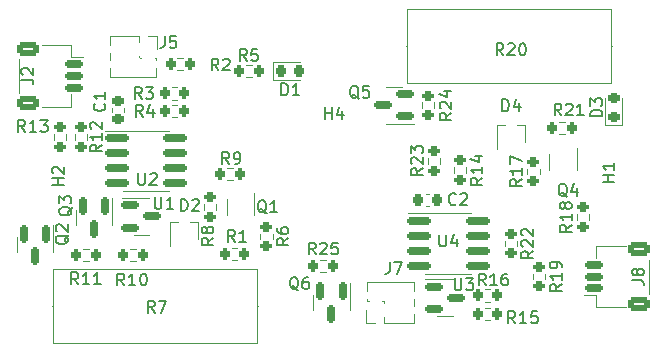
<source format=gbr>
%TF.GenerationSoftware,KiCad,Pcbnew,7.0.6-0*%
%TF.CreationDate,2024-05-28T13:41:10+12:00*%
%TF.ProjectId,BMSladderLeaf,424d536c-6164-4646-9572-4c6561662e6b,rev?*%
%TF.SameCoordinates,Original*%
%TF.FileFunction,Legend,Top*%
%TF.FilePolarity,Positive*%
%FSLAX46Y46*%
G04 Gerber Fmt 4.6, Leading zero omitted, Abs format (unit mm)*
G04 Created by KiCad (PCBNEW 7.0.6-0) date 2024-05-28 13:41:10*
%MOMM*%
%LPD*%
G01*
G04 APERTURE LIST*
G04 Aperture macros list*
%AMRoundRect*
0 Rectangle with rounded corners*
0 $1 Rounding radius*
0 $2 $3 $4 $5 $6 $7 $8 $9 X,Y pos of 4 corners*
0 Add a 4 corners polygon primitive as box body*
4,1,4,$2,$3,$4,$5,$6,$7,$8,$9,$2,$3,0*
0 Add four circle primitives for the rounded corners*
1,1,$1+$1,$2,$3*
1,1,$1+$1,$4,$5*
1,1,$1+$1,$6,$7*
1,1,$1+$1,$8,$9*
0 Add four rect primitives between the rounded corners*
20,1,$1+$1,$2,$3,$4,$5,0*
20,1,$1+$1,$4,$5,$6,$7,0*
20,1,$1+$1,$6,$7,$8,$9,0*
20,1,$1+$1,$8,$9,$2,$3,0*%
G04 Aperture macros list end*
%ADD10C,0.150000*%
%ADD11C,0.120000*%
%ADD12RoundRect,0.225000X0.250000X-0.225000X0.250000X0.225000X-0.250000X0.225000X-0.250000X-0.225000X0*%
%ADD13R,0.450000X0.700000*%
%ADD14O,2.500000X7.000000*%
%ADD15R,0.400000X0.650000*%
%ADD16RoundRect,0.150000X-0.150000X0.587500X-0.150000X-0.587500X0.150000X-0.587500X0.150000X0.587500X0*%
%ADD17RoundRect,0.200000X-0.200000X-0.275000X0.200000X-0.275000X0.200000X0.275000X-0.200000X0.275000X0*%
%ADD18RoundRect,0.200000X0.200000X0.275000X-0.200000X0.275000X-0.200000X-0.275000X0.200000X-0.275000X0*%
%ADD19RoundRect,0.200000X-0.275000X0.200000X-0.275000X-0.200000X0.275000X-0.200000X0.275000X0.200000X0*%
%ADD20RoundRect,0.150000X-0.825000X-0.150000X0.825000X-0.150000X0.825000X0.150000X-0.825000X0.150000X0*%
%ADD21R,1.000000X1.000000*%
%ADD22O,1.000000X1.000000*%
%ADD23RoundRect,0.218750X-0.218750X-0.256250X0.218750X-0.256250X0.218750X0.256250X-0.218750X0.256250X0*%
%ADD24C,2.400000*%
%ADD25O,2.400000X2.400000*%
%ADD26RoundRect,0.150000X-0.625000X0.150000X-0.625000X-0.150000X0.625000X-0.150000X0.625000X0.150000X0*%
%ADD27RoundRect,0.250000X-0.650000X0.350000X-0.650000X-0.350000X0.650000X-0.350000X0.650000X0.350000X0*%
%ADD28RoundRect,0.200000X0.275000X-0.200000X0.275000X0.200000X-0.275000X0.200000X-0.275000X-0.200000X0*%
%ADD29RoundRect,0.150000X-0.587500X-0.150000X0.587500X-0.150000X0.587500X0.150000X-0.587500X0.150000X0*%
%ADD30RoundRect,0.225000X-0.225000X-0.250000X0.225000X-0.250000X0.225000X0.250000X-0.225000X0.250000X0*%
%ADD31RoundRect,0.150000X0.587500X0.150000X-0.587500X0.150000X-0.587500X-0.150000X0.587500X-0.150000X0*%
%ADD32RoundRect,0.150000X0.625000X-0.150000X0.625000X0.150000X-0.625000X0.150000X-0.625000X-0.150000X0*%
%ADD33RoundRect,0.250000X0.650000X-0.350000X0.650000X0.350000X-0.650000X0.350000X-0.650000X-0.350000X0*%
%ADD34C,0.900000*%
%ADD35C,8.600000*%
%ADD36RoundRect,0.218750X0.256250X-0.218750X0.256250X0.218750X-0.256250X0.218750X-0.256250X-0.218750X0*%
%ADD37R,1.350000X1.350000*%
%ADD38O,1.350000X1.350000*%
%ADD39C,0.800000*%
G04 APERTURE END LIST*
D10*
X23059580Y-106866666D02*
X23107200Y-106914285D01*
X23107200Y-106914285D02*
X23154819Y-107057142D01*
X23154819Y-107057142D02*
X23154819Y-107152380D01*
X23154819Y-107152380D02*
X23107200Y-107295237D01*
X23107200Y-107295237D02*
X23011961Y-107390475D01*
X23011961Y-107390475D02*
X22916723Y-107438094D01*
X22916723Y-107438094D02*
X22726247Y-107485713D01*
X22726247Y-107485713D02*
X22583390Y-107485713D01*
X22583390Y-107485713D02*
X22392914Y-107438094D01*
X22392914Y-107438094D02*
X22297676Y-107390475D01*
X22297676Y-107390475D02*
X22202438Y-107295237D01*
X22202438Y-107295237D02*
X22154819Y-107152380D01*
X22154819Y-107152380D02*
X22154819Y-107057142D01*
X22154819Y-107057142D02*
X22202438Y-106914285D01*
X22202438Y-106914285D02*
X22250057Y-106866666D01*
X23154819Y-105914285D02*
X23154819Y-106485713D01*
X23154819Y-106199999D02*
X22154819Y-106199999D01*
X22154819Y-106199999D02*
X22297676Y-106295237D01*
X22297676Y-106295237D02*
X22392914Y-106390475D01*
X22392914Y-106390475D02*
X22440533Y-106485713D01*
X29561905Y-115954819D02*
X29561905Y-114954819D01*
X29561905Y-114954819D02*
X29800000Y-114954819D01*
X29800000Y-114954819D02*
X29942857Y-115002438D01*
X29942857Y-115002438D02*
X30038095Y-115097676D01*
X30038095Y-115097676D02*
X30085714Y-115192914D01*
X30085714Y-115192914D02*
X30133333Y-115383390D01*
X30133333Y-115383390D02*
X30133333Y-115526247D01*
X30133333Y-115526247D02*
X30085714Y-115716723D01*
X30085714Y-115716723D02*
X30038095Y-115811961D01*
X30038095Y-115811961D02*
X29942857Y-115907200D01*
X29942857Y-115907200D02*
X29800000Y-115954819D01*
X29800000Y-115954819D02*
X29561905Y-115954819D01*
X30514286Y-115050057D02*
X30561905Y-115002438D01*
X30561905Y-115002438D02*
X30657143Y-114954819D01*
X30657143Y-114954819D02*
X30895238Y-114954819D01*
X30895238Y-114954819D02*
X30990476Y-115002438D01*
X30990476Y-115002438D02*
X31038095Y-115050057D01*
X31038095Y-115050057D02*
X31085714Y-115145295D01*
X31085714Y-115145295D02*
X31085714Y-115240533D01*
X31085714Y-115240533D02*
X31038095Y-115383390D01*
X31038095Y-115383390D02*
X30466667Y-115954819D01*
X30466667Y-115954819D02*
X31085714Y-115954819D01*
X19654819Y-113761904D02*
X18654819Y-113761904D01*
X19131009Y-113761904D02*
X19131009Y-113190476D01*
X19654819Y-113190476D02*
X18654819Y-113190476D01*
X18750057Y-112761904D02*
X18702438Y-112714285D01*
X18702438Y-112714285D02*
X18654819Y-112619047D01*
X18654819Y-112619047D02*
X18654819Y-112380952D01*
X18654819Y-112380952D02*
X18702438Y-112285714D01*
X18702438Y-112285714D02*
X18750057Y-112238095D01*
X18750057Y-112238095D02*
X18845295Y-112190476D01*
X18845295Y-112190476D02*
X18940533Y-112190476D01*
X18940533Y-112190476D02*
X19083390Y-112238095D01*
X19083390Y-112238095D02*
X19654819Y-112809523D01*
X19654819Y-112809523D02*
X19654819Y-112190476D01*
X36804761Y-116150057D02*
X36709523Y-116102438D01*
X36709523Y-116102438D02*
X36614285Y-116007200D01*
X36614285Y-116007200D02*
X36471428Y-115864342D01*
X36471428Y-115864342D02*
X36376190Y-115816723D01*
X36376190Y-115816723D02*
X36280952Y-115816723D01*
X36328571Y-116054819D02*
X36233333Y-116007200D01*
X36233333Y-116007200D02*
X36138095Y-115911961D01*
X36138095Y-115911961D02*
X36090476Y-115721485D01*
X36090476Y-115721485D02*
X36090476Y-115388152D01*
X36090476Y-115388152D02*
X36138095Y-115197676D01*
X36138095Y-115197676D02*
X36233333Y-115102438D01*
X36233333Y-115102438D02*
X36328571Y-115054819D01*
X36328571Y-115054819D02*
X36519047Y-115054819D01*
X36519047Y-115054819D02*
X36614285Y-115102438D01*
X36614285Y-115102438D02*
X36709523Y-115197676D01*
X36709523Y-115197676D02*
X36757142Y-115388152D01*
X36757142Y-115388152D02*
X36757142Y-115721485D01*
X36757142Y-115721485D02*
X36709523Y-115911961D01*
X36709523Y-115911961D02*
X36614285Y-116007200D01*
X36614285Y-116007200D02*
X36519047Y-116054819D01*
X36519047Y-116054819D02*
X36328571Y-116054819D01*
X37709523Y-116054819D02*
X37138095Y-116054819D01*
X37423809Y-116054819D02*
X37423809Y-115054819D01*
X37423809Y-115054819D02*
X37328571Y-115197676D01*
X37328571Y-115197676D02*
X37233333Y-115292914D01*
X37233333Y-115292914D02*
X37138095Y-115340533D01*
X20050057Y-117995238D02*
X20002438Y-118090476D01*
X20002438Y-118090476D02*
X19907200Y-118185714D01*
X19907200Y-118185714D02*
X19764342Y-118328571D01*
X19764342Y-118328571D02*
X19716723Y-118423809D01*
X19716723Y-118423809D02*
X19716723Y-118519047D01*
X19954819Y-118471428D02*
X19907200Y-118566666D01*
X19907200Y-118566666D02*
X19811961Y-118661904D01*
X19811961Y-118661904D02*
X19621485Y-118709523D01*
X19621485Y-118709523D02*
X19288152Y-118709523D01*
X19288152Y-118709523D02*
X19097676Y-118661904D01*
X19097676Y-118661904D02*
X19002438Y-118566666D01*
X19002438Y-118566666D02*
X18954819Y-118471428D01*
X18954819Y-118471428D02*
X18954819Y-118280952D01*
X18954819Y-118280952D02*
X19002438Y-118185714D01*
X19002438Y-118185714D02*
X19097676Y-118090476D01*
X19097676Y-118090476D02*
X19288152Y-118042857D01*
X19288152Y-118042857D02*
X19621485Y-118042857D01*
X19621485Y-118042857D02*
X19811961Y-118090476D01*
X19811961Y-118090476D02*
X19907200Y-118185714D01*
X19907200Y-118185714D02*
X19954819Y-118280952D01*
X19954819Y-118280952D02*
X19954819Y-118471428D01*
X19050057Y-117661904D02*
X19002438Y-117614285D01*
X19002438Y-117614285D02*
X18954819Y-117519047D01*
X18954819Y-117519047D02*
X18954819Y-117280952D01*
X18954819Y-117280952D02*
X19002438Y-117185714D01*
X19002438Y-117185714D02*
X19050057Y-117138095D01*
X19050057Y-117138095D02*
X19145295Y-117090476D01*
X19145295Y-117090476D02*
X19240533Y-117090476D01*
X19240533Y-117090476D02*
X19383390Y-117138095D01*
X19383390Y-117138095D02*
X19954819Y-117709523D01*
X19954819Y-117709523D02*
X19954819Y-117090476D01*
X34133333Y-118554819D02*
X33800000Y-118078628D01*
X33561905Y-118554819D02*
X33561905Y-117554819D01*
X33561905Y-117554819D02*
X33942857Y-117554819D01*
X33942857Y-117554819D02*
X34038095Y-117602438D01*
X34038095Y-117602438D02*
X34085714Y-117650057D01*
X34085714Y-117650057D02*
X34133333Y-117745295D01*
X34133333Y-117745295D02*
X34133333Y-117888152D01*
X34133333Y-117888152D02*
X34085714Y-117983390D01*
X34085714Y-117983390D02*
X34038095Y-118031009D01*
X34038095Y-118031009D02*
X33942857Y-118078628D01*
X33942857Y-118078628D02*
X33561905Y-118078628D01*
X35085714Y-118554819D02*
X34514286Y-118554819D01*
X34800000Y-118554819D02*
X34800000Y-117554819D01*
X34800000Y-117554819D02*
X34704762Y-117697676D01*
X34704762Y-117697676D02*
X34609524Y-117792914D01*
X34609524Y-117792914D02*
X34514286Y-117840533D01*
X32733333Y-104054819D02*
X32400000Y-103578628D01*
X32161905Y-104054819D02*
X32161905Y-103054819D01*
X32161905Y-103054819D02*
X32542857Y-103054819D01*
X32542857Y-103054819D02*
X32638095Y-103102438D01*
X32638095Y-103102438D02*
X32685714Y-103150057D01*
X32685714Y-103150057D02*
X32733333Y-103245295D01*
X32733333Y-103245295D02*
X32733333Y-103388152D01*
X32733333Y-103388152D02*
X32685714Y-103483390D01*
X32685714Y-103483390D02*
X32638095Y-103531009D01*
X32638095Y-103531009D02*
X32542857Y-103578628D01*
X32542857Y-103578628D02*
X32161905Y-103578628D01*
X33114286Y-103150057D02*
X33161905Y-103102438D01*
X33161905Y-103102438D02*
X33257143Y-103054819D01*
X33257143Y-103054819D02*
X33495238Y-103054819D01*
X33495238Y-103054819D02*
X33590476Y-103102438D01*
X33590476Y-103102438D02*
X33638095Y-103150057D01*
X33638095Y-103150057D02*
X33685714Y-103245295D01*
X33685714Y-103245295D02*
X33685714Y-103340533D01*
X33685714Y-103340533D02*
X33638095Y-103483390D01*
X33638095Y-103483390D02*
X33066667Y-104054819D01*
X33066667Y-104054819D02*
X33685714Y-104054819D01*
X26333333Y-107954819D02*
X26000000Y-107478628D01*
X25761905Y-107954819D02*
X25761905Y-106954819D01*
X25761905Y-106954819D02*
X26142857Y-106954819D01*
X26142857Y-106954819D02*
X26238095Y-107002438D01*
X26238095Y-107002438D02*
X26285714Y-107050057D01*
X26285714Y-107050057D02*
X26333333Y-107145295D01*
X26333333Y-107145295D02*
X26333333Y-107288152D01*
X26333333Y-107288152D02*
X26285714Y-107383390D01*
X26285714Y-107383390D02*
X26238095Y-107431009D01*
X26238095Y-107431009D02*
X26142857Y-107478628D01*
X26142857Y-107478628D02*
X25761905Y-107478628D01*
X27190476Y-107288152D02*
X27190476Y-107954819D01*
X26952381Y-106907200D02*
X26714286Y-107621485D01*
X26714286Y-107621485D02*
X27333333Y-107621485D01*
X32304819Y-118216666D02*
X31828628Y-118549999D01*
X32304819Y-118788094D02*
X31304819Y-118788094D01*
X31304819Y-118788094D02*
X31304819Y-118407142D01*
X31304819Y-118407142D02*
X31352438Y-118311904D01*
X31352438Y-118311904D02*
X31400057Y-118264285D01*
X31400057Y-118264285D02*
X31495295Y-118216666D01*
X31495295Y-118216666D02*
X31638152Y-118216666D01*
X31638152Y-118216666D02*
X31733390Y-118264285D01*
X31733390Y-118264285D02*
X31781009Y-118311904D01*
X31781009Y-118311904D02*
X31828628Y-118407142D01*
X31828628Y-118407142D02*
X31828628Y-118788094D01*
X31733390Y-117645237D02*
X31685771Y-117740475D01*
X31685771Y-117740475D02*
X31638152Y-117788094D01*
X31638152Y-117788094D02*
X31542914Y-117835713D01*
X31542914Y-117835713D02*
X31495295Y-117835713D01*
X31495295Y-117835713D02*
X31400057Y-117788094D01*
X31400057Y-117788094D02*
X31352438Y-117740475D01*
X31352438Y-117740475D02*
X31304819Y-117645237D01*
X31304819Y-117645237D02*
X31304819Y-117454761D01*
X31304819Y-117454761D02*
X31352438Y-117359523D01*
X31352438Y-117359523D02*
X31400057Y-117311904D01*
X31400057Y-117311904D02*
X31495295Y-117264285D01*
X31495295Y-117264285D02*
X31542914Y-117264285D01*
X31542914Y-117264285D02*
X31638152Y-117311904D01*
X31638152Y-117311904D02*
X31685771Y-117359523D01*
X31685771Y-117359523D02*
X31733390Y-117454761D01*
X31733390Y-117454761D02*
X31733390Y-117645237D01*
X31733390Y-117645237D02*
X31781009Y-117740475D01*
X31781009Y-117740475D02*
X31828628Y-117788094D01*
X31828628Y-117788094D02*
X31923866Y-117835713D01*
X31923866Y-117835713D02*
X32114342Y-117835713D01*
X32114342Y-117835713D02*
X32209580Y-117788094D01*
X32209580Y-117788094D02*
X32257200Y-117740475D01*
X32257200Y-117740475D02*
X32304819Y-117645237D01*
X32304819Y-117645237D02*
X32304819Y-117454761D01*
X32304819Y-117454761D02*
X32257200Y-117359523D01*
X32257200Y-117359523D02*
X32209580Y-117311904D01*
X32209580Y-117311904D02*
X32114342Y-117264285D01*
X32114342Y-117264285D02*
X31923866Y-117264285D01*
X31923866Y-117264285D02*
X31828628Y-117311904D01*
X31828628Y-117311904D02*
X31781009Y-117359523D01*
X31781009Y-117359523D02*
X31733390Y-117454761D01*
X33633333Y-111954819D02*
X33300000Y-111478628D01*
X33061905Y-111954819D02*
X33061905Y-110954819D01*
X33061905Y-110954819D02*
X33442857Y-110954819D01*
X33442857Y-110954819D02*
X33538095Y-111002438D01*
X33538095Y-111002438D02*
X33585714Y-111050057D01*
X33585714Y-111050057D02*
X33633333Y-111145295D01*
X33633333Y-111145295D02*
X33633333Y-111288152D01*
X33633333Y-111288152D02*
X33585714Y-111383390D01*
X33585714Y-111383390D02*
X33538095Y-111431009D01*
X33538095Y-111431009D02*
X33442857Y-111478628D01*
X33442857Y-111478628D02*
X33061905Y-111478628D01*
X34109524Y-111954819D02*
X34300000Y-111954819D01*
X34300000Y-111954819D02*
X34395238Y-111907200D01*
X34395238Y-111907200D02*
X34442857Y-111859580D01*
X34442857Y-111859580D02*
X34538095Y-111716723D01*
X34538095Y-111716723D02*
X34585714Y-111526247D01*
X34585714Y-111526247D02*
X34585714Y-111145295D01*
X34585714Y-111145295D02*
X34538095Y-111050057D01*
X34538095Y-111050057D02*
X34490476Y-111002438D01*
X34490476Y-111002438D02*
X34395238Y-110954819D01*
X34395238Y-110954819D02*
X34204762Y-110954819D01*
X34204762Y-110954819D02*
X34109524Y-111002438D01*
X34109524Y-111002438D02*
X34061905Y-111050057D01*
X34061905Y-111050057D02*
X34014286Y-111145295D01*
X34014286Y-111145295D02*
X34014286Y-111383390D01*
X34014286Y-111383390D02*
X34061905Y-111478628D01*
X34061905Y-111478628D02*
X34109524Y-111526247D01*
X34109524Y-111526247D02*
X34204762Y-111573866D01*
X34204762Y-111573866D02*
X34395238Y-111573866D01*
X34395238Y-111573866D02*
X34490476Y-111526247D01*
X34490476Y-111526247D02*
X34538095Y-111478628D01*
X34538095Y-111478628D02*
X34585714Y-111383390D01*
X24757142Y-122254819D02*
X24423809Y-121778628D01*
X24185714Y-122254819D02*
X24185714Y-121254819D01*
X24185714Y-121254819D02*
X24566666Y-121254819D01*
X24566666Y-121254819D02*
X24661904Y-121302438D01*
X24661904Y-121302438D02*
X24709523Y-121350057D01*
X24709523Y-121350057D02*
X24757142Y-121445295D01*
X24757142Y-121445295D02*
X24757142Y-121588152D01*
X24757142Y-121588152D02*
X24709523Y-121683390D01*
X24709523Y-121683390D02*
X24661904Y-121731009D01*
X24661904Y-121731009D02*
X24566666Y-121778628D01*
X24566666Y-121778628D02*
X24185714Y-121778628D01*
X25709523Y-122254819D02*
X25138095Y-122254819D01*
X25423809Y-122254819D02*
X25423809Y-121254819D01*
X25423809Y-121254819D02*
X25328571Y-121397676D01*
X25328571Y-121397676D02*
X25233333Y-121492914D01*
X25233333Y-121492914D02*
X25138095Y-121540533D01*
X26328571Y-121254819D02*
X26423809Y-121254819D01*
X26423809Y-121254819D02*
X26519047Y-121302438D01*
X26519047Y-121302438D02*
X26566666Y-121350057D01*
X26566666Y-121350057D02*
X26614285Y-121445295D01*
X26614285Y-121445295D02*
X26661904Y-121635771D01*
X26661904Y-121635771D02*
X26661904Y-121873866D01*
X26661904Y-121873866D02*
X26614285Y-122064342D01*
X26614285Y-122064342D02*
X26566666Y-122159580D01*
X26566666Y-122159580D02*
X26519047Y-122207200D01*
X26519047Y-122207200D02*
X26423809Y-122254819D01*
X26423809Y-122254819D02*
X26328571Y-122254819D01*
X26328571Y-122254819D02*
X26233333Y-122207200D01*
X26233333Y-122207200D02*
X26185714Y-122159580D01*
X26185714Y-122159580D02*
X26138095Y-122064342D01*
X26138095Y-122064342D02*
X26090476Y-121873866D01*
X26090476Y-121873866D02*
X26090476Y-121635771D01*
X26090476Y-121635771D02*
X26138095Y-121445295D01*
X26138095Y-121445295D02*
X26185714Y-121350057D01*
X26185714Y-121350057D02*
X26233333Y-121302438D01*
X26233333Y-121302438D02*
X26328571Y-121254819D01*
X20857142Y-122154819D02*
X20523809Y-121678628D01*
X20285714Y-122154819D02*
X20285714Y-121154819D01*
X20285714Y-121154819D02*
X20666666Y-121154819D01*
X20666666Y-121154819D02*
X20761904Y-121202438D01*
X20761904Y-121202438D02*
X20809523Y-121250057D01*
X20809523Y-121250057D02*
X20857142Y-121345295D01*
X20857142Y-121345295D02*
X20857142Y-121488152D01*
X20857142Y-121488152D02*
X20809523Y-121583390D01*
X20809523Y-121583390D02*
X20761904Y-121631009D01*
X20761904Y-121631009D02*
X20666666Y-121678628D01*
X20666666Y-121678628D02*
X20285714Y-121678628D01*
X21809523Y-122154819D02*
X21238095Y-122154819D01*
X21523809Y-122154819D02*
X21523809Y-121154819D01*
X21523809Y-121154819D02*
X21428571Y-121297676D01*
X21428571Y-121297676D02*
X21333333Y-121392914D01*
X21333333Y-121392914D02*
X21238095Y-121440533D01*
X22761904Y-122154819D02*
X22190476Y-122154819D01*
X22476190Y-122154819D02*
X22476190Y-121154819D01*
X22476190Y-121154819D02*
X22380952Y-121297676D01*
X22380952Y-121297676D02*
X22285714Y-121392914D01*
X22285714Y-121392914D02*
X22190476Y-121440533D01*
X25938095Y-112754819D02*
X25938095Y-113564342D01*
X25938095Y-113564342D02*
X25985714Y-113659580D01*
X25985714Y-113659580D02*
X26033333Y-113707200D01*
X26033333Y-113707200D02*
X26128571Y-113754819D01*
X26128571Y-113754819D02*
X26319047Y-113754819D01*
X26319047Y-113754819D02*
X26414285Y-113707200D01*
X26414285Y-113707200D02*
X26461904Y-113659580D01*
X26461904Y-113659580D02*
X26509523Y-113564342D01*
X26509523Y-113564342D02*
X26509523Y-112754819D01*
X26938095Y-112850057D02*
X26985714Y-112802438D01*
X26985714Y-112802438D02*
X27080952Y-112754819D01*
X27080952Y-112754819D02*
X27319047Y-112754819D01*
X27319047Y-112754819D02*
X27414285Y-112802438D01*
X27414285Y-112802438D02*
X27461904Y-112850057D01*
X27461904Y-112850057D02*
X27509523Y-112945295D01*
X27509523Y-112945295D02*
X27509523Y-113040533D01*
X27509523Y-113040533D02*
X27461904Y-113183390D01*
X27461904Y-113183390D02*
X26890476Y-113754819D01*
X26890476Y-113754819D02*
X27509523Y-113754819D01*
X28166666Y-101154819D02*
X28166666Y-101869104D01*
X28166666Y-101869104D02*
X28119047Y-102011961D01*
X28119047Y-102011961D02*
X28023809Y-102107200D01*
X28023809Y-102107200D02*
X27880952Y-102154819D01*
X27880952Y-102154819D02*
X27785714Y-102154819D01*
X29119047Y-101154819D02*
X28642857Y-101154819D01*
X28642857Y-101154819D02*
X28595238Y-101631009D01*
X28595238Y-101631009D02*
X28642857Y-101583390D01*
X28642857Y-101583390D02*
X28738095Y-101535771D01*
X28738095Y-101535771D02*
X28976190Y-101535771D01*
X28976190Y-101535771D02*
X29071428Y-101583390D01*
X29071428Y-101583390D02*
X29119047Y-101631009D01*
X29119047Y-101631009D02*
X29166666Y-101726247D01*
X29166666Y-101726247D02*
X29166666Y-101964342D01*
X29166666Y-101964342D02*
X29119047Y-102059580D01*
X29119047Y-102059580D02*
X29071428Y-102107200D01*
X29071428Y-102107200D02*
X28976190Y-102154819D01*
X28976190Y-102154819D02*
X28738095Y-102154819D01*
X28738095Y-102154819D02*
X28642857Y-102107200D01*
X28642857Y-102107200D02*
X28595238Y-102059580D01*
X66254819Y-113461904D02*
X65254819Y-113461904D01*
X65731009Y-113461904D02*
X65731009Y-112890476D01*
X66254819Y-112890476D02*
X65254819Y-112890476D01*
X66254819Y-111890476D02*
X66254819Y-112461904D01*
X66254819Y-112176190D02*
X65254819Y-112176190D01*
X65254819Y-112176190D02*
X65397676Y-112271428D01*
X65397676Y-112271428D02*
X65492914Y-112366666D01*
X65492914Y-112366666D02*
X65540533Y-112461904D01*
X20350057Y-115595238D02*
X20302438Y-115690476D01*
X20302438Y-115690476D02*
X20207200Y-115785714D01*
X20207200Y-115785714D02*
X20064342Y-115928571D01*
X20064342Y-115928571D02*
X20016723Y-116023809D01*
X20016723Y-116023809D02*
X20016723Y-116119047D01*
X20254819Y-116071428D02*
X20207200Y-116166666D01*
X20207200Y-116166666D02*
X20111961Y-116261904D01*
X20111961Y-116261904D02*
X19921485Y-116309523D01*
X19921485Y-116309523D02*
X19588152Y-116309523D01*
X19588152Y-116309523D02*
X19397676Y-116261904D01*
X19397676Y-116261904D02*
X19302438Y-116166666D01*
X19302438Y-116166666D02*
X19254819Y-116071428D01*
X19254819Y-116071428D02*
X19254819Y-115880952D01*
X19254819Y-115880952D02*
X19302438Y-115785714D01*
X19302438Y-115785714D02*
X19397676Y-115690476D01*
X19397676Y-115690476D02*
X19588152Y-115642857D01*
X19588152Y-115642857D02*
X19921485Y-115642857D01*
X19921485Y-115642857D02*
X20111961Y-115690476D01*
X20111961Y-115690476D02*
X20207200Y-115785714D01*
X20207200Y-115785714D02*
X20254819Y-115880952D01*
X20254819Y-115880952D02*
X20254819Y-116071428D01*
X19254819Y-115309523D02*
X19254819Y-114690476D01*
X19254819Y-114690476D02*
X19635771Y-115023809D01*
X19635771Y-115023809D02*
X19635771Y-114880952D01*
X19635771Y-114880952D02*
X19683390Y-114785714D01*
X19683390Y-114785714D02*
X19731009Y-114738095D01*
X19731009Y-114738095D02*
X19826247Y-114690476D01*
X19826247Y-114690476D02*
X20064342Y-114690476D01*
X20064342Y-114690476D02*
X20159580Y-114738095D01*
X20159580Y-114738095D02*
X20207200Y-114785714D01*
X20207200Y-114785714D02*
X20254819Y-114880952D01*
X20254819Y-114880952D02*
X20254819Y-115166666D01*
X20254819Y-115166666D02*
X20207200Y-115261904D01*
X20207200Y-115261904D02*
X20159580Y-115309523D01*
X22854819Y-110330357D02*
X22378628Y-110663690D01*
X22854819Y-110901785D02*
X21854819Y-110901785D01*
X21854819Y-110901785D02*
X21854819Y-110520833D01*
X21854819Y-110520833D02*
X21902438Y-110425595D01*
X21902438Y-110425595D02*
X21950057Y-110377976D01*
X21950057Y-110377976D02*
X22045295Y-110330357D01*
X22045295Y-110330357D02*
X22188152Y-110330357D01*
X22188152Y-110330357D02*
X22283390Y-110377976D01*
X22283390Y-110377976D02*
X22331009Y-110425595D01*
X22331009Y-110425595D02*
X22378628Y-110520833D01*
X22378628Y-110520833D02*
X22378628Y-110901785D01*
X22854819Y-109377976D02*
X22854819Y-109949404D01*
X22854819Y-109663690D02*
X21854819Y-109663690D01*
X21854819Y-109663690D02*
X21997676Y-109758928D01*
X21997676Y-109758928D02*
X22092914Y-109854166D01*
X22092914Y-109854166D02*
X22140533Y-109949404D01*
X21950057Y-108997023D02*
X21902438Y-108949404D01*
X21902438Y-108949404D02*
X21854819Y-108854166D01*
X21854819Y-108854166D02*
X21854819Y-108616071D01*
X21854819Y-108616071D02*
X21902438Y-108520833D01*
X21902438Y-108520833D02*
X21950057Y-108473214D01*
X21950057Y-108473214D02*
X22045295Y-108425595D01*
X22045295Y-108425595D02*
X22140533Y-108425595D01*
X22140533Y-108425595D02*
X22283390Y-108473214D01*
X22283390Y-108473214D02*
X22854819Y-109044642D01*
X22854819Y-109044642D02*
X22854819Y-108425595D01*
X38654819Y-118254166D02*
X38178628Y-118587499D01*
X38654819Y-118825594D02*
X37654819Y-118825594D01*
X37654819Y-118825594D02*
X37654819Y-118444642D01*
X37654819Y-118444642D02*
X37702438Y-118349404D01*
X37702438Y-118349404D02*
X37750057Y-118301785D01*
X37750057Y-118301785D02*
X37845295Y-118254166D01*
X37845295Y-118254166D02*
X37988152Y-118254166D01*
X37988152Y-118254166D02*
X38083390Y-118301785D01*
X38083390Y-118301785D02*
X38131009Y-118349404D01*
X38131009Y-118349404D02*
X38178628Y-118444642D01*
X38178628Y-118444642D02*
X38178628Y-118825594D01*
X37654819Y-117397023D02*
X37654819Y-117587499D01*
X37654819Y-117587499D02*
X37702438Y-117682737D01*
X37702438Y-117682737D02*
X37750057Y-117730356D01*
X37750057Y-117730356D02*
X37892914Y-117825594D01*
X37892914Y-117825594D02*
X38083390Y-117873213D01*
X38083390Y-117873213D02*
X38464342Y-117873213D01*
X38464342Y-117873213D02*
X38559580Y-117825594D01*
X38559580Y-117825594D02*
X38607200Y-117777975D01*
X38607200Y-117777975D02*
X38654819Y-117682737D01*
X38654819Y-117682737D02*
X38654819Y-117492261D01*
X38654819Y-117492261D02*
X38607200Y-117397023D01*
X38607200Y-117397023D02*
X38559580Y-117349404D01*
X38559580Y-117349404D02*
X38464342Y-117301785D01*
X38464342Y-117301785D02*
X38226247Y-117301785D01*
X38226247Y-117301785D02*
X38131009Y-117349404D01*
X38131009Y-117349404D02*
X38083390Y-117397023D01*
X38083390Y-117397023D02*
X38035771Y-117492261D01*
X38035771Y-117492261D02*
X38035771Y-117682737D01*
X38035771Y-117682737D02*
X38083390Y-117777975D01*
X38083390Y-117777975D02*
X38131009Y-117825594D01*
X38131009Y-117825594D02*
X38226247Y-117873213D01*
X38061905Y-106154819D02*
X38061905Y-105154819D01*
X38061905Y-105154819D02*
X38300000Y-105154819D01*
X38300000Y-105154819D02*
X38442857Y-105202438D01*
X38442857Y-105202438D02*
X38538095Y-105297676D01*
X38538095Y-105297676D02*
X38585714Y-105392914D01*
X38585714Y-105392914D02*
X38633333Y-105583390D01*
X38633333Y-105583390D02*
X38633333Y-105726247D01*
X38633333Y-105726247D02*
X38585714Y-105916723D01*
X38585714Y-105916723D02*
X38538095Y-106011961D01*
X38538095Y-106011961D02*
X38442857Y-106107200D01*
X38442857Y-106107200D02*
X38300000Y-106154819D01*
X38300000Y-106154819D02*
X38061905Y-106154819D01*
X39585714Y-106154819D02*
X39014286Y-106154819D01*
X39300000Y-106154819D02*
X39300000Y-105154819D01*
X39300000Y-105154819D02*
X39204762Y-105297676D01*
X39204762Y-105297676D02*
X39109524Y-105392914D01*
X39109524Y-105392914D02*
X39014286Y-105440533D01*
X26233333Y-106454819D02*
X25900000Y-105978628D01*
X25661905Y-106454819D02*
X25661905Y-105454819D01*
X25661905Y-105454819D02*
X26042857Y-105454819D01*
X26042857Y-105454819D02*
X26138095Y-105502438D01*
X26138095Y-105502438D02*
X26185714Y-105550057D01*
X26185714Y-105550057D02*
X26233333Y-105645295D01*
X26233333Y-105645295D02*
X26233333Y-105788152D01*
X26233333Y-105788152D02*
X26185714Y-105883390D01*
X26185714Y-105883390D02*
X26138095Y-105931009D01*
X26138095Y-105931009D02*
X26042857Y-105978628D01*
X26042857Y-105978628D02*
X25661905Y-105978628D01*
X26566667Y-105454819D02*
X27185714Y-105454819D01*
X27185714Y-105454819D02*
X26852381Y-105835771D01*
X26852381Y-105835771D02*
X26995238Y-105835771D01*
X26995238Y-105835771D02*
X27090476Y-105883390D01*
X27090476Y-105883390D02*
X27138095Y-105931009D01*
X27138095Y-105931009D02*
X27185714Y-106026247D01*
X27185714Y-106026247D02*
X27185714Y-106264342D01*
X27185714Y-106264342D02*
X27138095Y-106359580D01*
X27138095Y-106359580D02*
X27090476Y-106407200D01*
X27090476Y-106407200D02*
X26995238Y-106454819D01*
X26995238Y-106454819D02*
X26709524Y-106454819D01*
X26709524Y-106454819D02*
X26614286Y-106407200D01*
X26614286Y-106407200D02*
X26566667Y-106359580D01*
X27333333Y-124554819D02*
X27000000Y-124078628D01*
X26761905Y-124554819D02*
X26761905Y-123554819D01*
X26761905Y-123554819D02*
X27142857Y-123554819D01*
X27142857Y-123554819D02*
X27238095Y-123602438D01*
X27238095Y-123602438D02*
X27285714Y-123650057D01*
X27285714Y-123650057D02*
X27333333Y-123745295D01*
X27333333Y-123745295D02*
X27333333Y-123888152D01*
X27333333Y-123888152D02*
X27285714Y-123983390D01*
X27285714Y-123983390D02*
X27238095Y-124031009D01*
X27238095Y-124031009D02*
X27142857Y-124078628D01*
X27142857Y-124078628D02*
X26761905Y-124078628D01*
X27666667Y-123554819D02*
X28333333Y-123554819D01*
X28333333Y-123554819D02*
X27904762Y-124554819D01*
X16054819Y-104833333D02*
X16769104Y-104833333D01*
X16769104Y-104833333D02*
X16911961Y-104880952D01*
X16911961Y-104880952D02*
X17007200Y-104976190D01*
X17007200Y-104976190D02*
X17054819Y-105119047D01*
X17054819Y-105119047D02*
X17054819Y-105214285D01*
X16150057Y-104404761D02*
X16102438Y-104357142D01*
X16102438Y-104357142D02*
X16054819Y-104261904D01*
X16054819Y-104261904D02*
X16054819Y-104023809D01*
X16054819Y-104023809D02*
X16102438Y-103928571D01*
X16102438Y-103928571D02*
X16150057Y-103880952D01*
X16150057Y-103880952D02*
X16245295Y-103833333D01*
X16245295Y-103833333D02*
X16340533Y-103833333D01*
X16340533Y-103833333D02*
X16483390Y-103880952D01*
X16483390Y-103880952D02*
X17054819Y-104452380D01*
X17054819Y-104452380D02*
X17054819Y-103833333D01*
X16357142Y-109254819D02*
X16023809Y-108778628D01*
X15785714Y-109254819D02*
X15785714Y-108254819D01*
X15785714Y-108254819D02*
X16166666Y-108254819D01*
X16166666Y-108254819D02*
X16261904Y-108302438D01*
X16261904Y-108302438D02*
X16309523Y-108350057D01*
X16309523Y-108350057D02*
X16357142Y-108445295D01*
X16357142Y-108445295D02*
X16357142Y-108588152D01*
X16357142Y-108588152D02*
X16309523Y-108683390D01*
X16309523Y-108683390D02*
X16261904Y-108731009D01*
X16261904Y-108731009D02*
X16166666Y-108778628D01*
X16166666Y-108778628D02*
X15785714Y-108778628D01*
X17309523Y-109254819D02*
X16738095Y-109254819D01*
X17023809Y-109254819D02*
X17023809Y-108254819D01*
X17023809Y-108254819D02*
X16928571Y-108397676D01*
X16928571Y-108397676D02*
X16833333Y-108492914D01*
X16833333Y-108492914D02*
X16738095Y-108540533D01*
X17642857Y-108254819D02*
X18261904Y-108254819D01*
X18261904Y-108254819D02*
X17928571Y-108635771D01*
X17928571Y-108635771D02*
X18071428Y-108635771D01*
X18071428Y-108635771D02*
X18166666Y-108683390D01*
X18166666Y-108683390D02*
X18214285Y-108731009D01*
X18214285Y-108731009D02*
X18261904Y-108826247D01*
X18261904Y-108826247D02*
X18261904Y-109064342D01*
X18261904Y-109064342D02*
X18214285Y-109159580D01*
X18214285Y-109159580D02*
X18166666Y-109207200D01*
X18166666Y-109207200D02*
X18071428Y-109254819D01*
X18071428Y-109254819D02*
X17785714Y-109254819D01*
X17785714Y-109254819D02*
X17690476Y-109207200D01*
X17690476Y-109207200D02*
X17642857Y-109159580D01*
X27338095Y-114754819D02*
X27338095Y-115564342D01*
X27338095Y-115564342D02*
X27385714Y-115659580D01*
X27385714Y-115659580D02*
X27433333Y-115707200D01*
X27433333Y-115707200D02*
X27528571Y-115754819D01*
X27528571Y-115754819D02*
X27719047Y-115754819D01*
X27719047Y-115754819D02*
X27814285Y-115707200D01*
X27814285Y-115707200D02*
X27861904Y-115659580D01*
X27861904Y-115659580D02*
X27909523Y-115564342D01*
X27909523Y-115564342D02*
X27909523Y-114754819D01*
X28909523Y-115754819D02*
X28338095Y-115754819D01*
X28623809Y-115754819D02*
X28623809Y-114754819D01*
X28623809Y-114754819D02*
X28528571Y-114897676D01*
X28528571Y-114897676D02*
X28433333Y-114992914D01*
X28433333Y-114992914D02*
X28338095Y-115040533D01*
X35133333Y-103254819D02*
X34800000Y-102778628D01*
X34561905Y-103254819D02*
X34561905Y-102254819D01*
X34561905Y-102254819D02*
X34942857Y-102254819D01*
X34942857Y-102254819D02*
X35038095Y-102302438D01*
X35038095Y-102302438D02*
X35085714Y-102350057D01*
X35085714Y-102350057D02*
X35133333Y-102445295D01*
X35133333Y-102445295D02*
X35133333Y-102588152D01*
X35133333Y-102588152D02*
X35085714Y-102683390D01*
X35085714Y-102683390D02*
X35038095Y-102731009D01*
X35038095Y-102731009D02*
X34942857Y-102778628D01*
X34942857Y-102778628D02*
X34561905Y-102778628D01*
X36038095Y-102254819D02*
X35561905Y-102254819D01*
X35561905Y-102254819D02*
X35514286Y-102731009D01*
X35514286Y-102731009D02*
X35561905Y-102683390D01*
X35561905Y-102683390D02*
X35657143Y-102635771D01*
X35657143Y-102635771D02*
X35895238Y-102635771D01*
X35895238Y-102635771D02*
X35990476Y-102683390D01*
X35990476Y-102683390D02*
X36038095Y-102731009D01*
X36038095Y-102731009D02*
X36085714Y-102826247D01*
X36085714Y-102826247D02*
X36085714Y-103064342D01*
X36085714Y-103064342D02*
X36038095Y-103159580D01*
X36038095Y-103159580D02*
X35990476Y-103207200D01*
X35990476Y-103207200D02*
X35895238Y-103254819D01*
X35895238Y-103254819D02*
X35657143Y-103254819D01*
X35657143Y-103254819D02*
X35561905Y-103207200D01*
X35561905Y-103207200D02*
X35514286Y-103159580D01*
X52833333Y-115359580D02*
X52785714Y-115407200D01*
X52785714Y-115407200D02*
X52642857Y-115454819D01*
X52642857Y-115454819D02*
X52547619Y-115454819D01*
X52547619Y-115454819D02*
X52404762Y-115407200D01*
X52404762Y-115407200D02*
X52309524Y-115311961D01*
X52309524Y-115311961D02*
X52261905Y-115216723D01*
X52261905Y-115216723D02*
X52214286Y-115026247D01*
X52214286Y-115026247D02*
X52214286Y-114883390D01*
X52214286Y-114883390D02*
X52261905Y-114692914D01*
X52261905Y-114692914D02*
X52309524Y-114597676D01*
X52309524Y-114597676D02*
X52404762Y-114502438D01*
X52404762Y-114502438D02*
X52547619Y-114454819D01*
X52547619Y-114454819D02*
X52642857Y-114454819D01*
X52642857Y-114454819D02*
X52785714Y-114502438D01*
X52785714Y-114502438D02*
X52833333Y-114550057D01*
X53214286Y-114550057D02*
X53261905Y-114502438D01*
X53261905Y-114502438D02*
X53357143Y-114454819D01*
X53357143Y-114454819D02*
X53595238Y-114454819D01*
X53595238Y-114454819D02*
X53690476Y-114502438D01*
X53690476Y-114502438D02*
X53738095Y-114550057D01*
X53738095Y-114550057D02*
X53785714Y-114645295D01*
X53785714Y-114645295D02*
X53785714Y-114740533D01*
X53785714Y-114740533D02*
X53738095Y-114883390D01*
X53738095Y-114883390D02*
X53166667Y-115454819D01*
X53166667Y-115454819D02*
X53785714Y-115454819D01*
X51438095Y-117954819D02*
X51438095Y-118764342D01*
X51438095Y-118764342D02*
X51485714Y-118859580D01*
X51485714Y-118859580D02*
X51533333Y-118907200D01*
X51533333Y-118907200D02*
X51628571Y-118954819D01*
X51628571Y-118954819D02*
X51819047Y-118954819D01*
X51819047Y-118954819D02*
X51914285Y-118907200D01*
X51914285Y-118907200D02*
X51961904Y-118859580D01*
X51961904Y-118859580D02*
X52009523Y-118764342D01*
X52009523Y-118764342D02*
X52009523Y-117954819D01*
X52914285Y-118288152D02*
X52914285Y-118954819D01*
X52676190Y-117907200D02*
X52438095Y-118621485D01*
X52438095Y-118621485D02*
X53057142Y-118621485D01*
X55357142Y-122254819D02*
X55023809Y-121778628D01*
X54785714Y-122254819D02*
X54785714Y-121254819D01*
X54785714Y-121254819D02*
X55166666Y-121254819D01*
X55166666Y-121254819D02*
X55261904Y-121302438D01*
X55261904Y-121302438D02*
X55309523Y-121350057D01*
X55309523Y-121350057D02*
X55357142Y-121445295D01*
X55357142Y-121445295D02*
X55357142Y-121588152D01*
X55357142Y-121588152D02*
X55309523Y-121683390D01*
X55309523Y-121683390D02*
X55261904Y-121731009D01*
X55261904Y-121731009D02*
X55166666Y-121778628D01*
X55166666Y-121778628D02*
X54785714Y-121778628D01*
X56309523Y-122254819D02*
X55738095Y-122254819D01*
X56023809Y-122254819D02*
X56023809Y-121254819D01*
X56023809Y-121254819D02*
X55928571Y-121397676D01*
X55928571Y-121397676D02*
X55833333Y-121492914D01*
X55833333Y-121492914D02*
X55738095Y-121540533D01*
X57166666Y-121254819D02*
X56976190Y-121254819D01*
X56976190Y-121254819D02*
X56880952Y-121302438D01*
X56880952Y-121302438D02*
X56833333Y-121350057D01*
X56833333Y-121350057D02*
X56738095Y-121492914D01*
X56738095Y-121492914D02*
X56690476Y-121683390D01*
X56690476Y-121683390D02*
X56690476Y-122064342D01*
X56690476Y-122064342D02*
X56738095Y-122159580D01*
X56738095Y-122159580D02*
X56785714Y-122207200D01*
X56785714Y-122207200D02*
X56880952Y-122254819D01*
X56880952Y-122254819D02*
X57071428Y-122254819D01*
X57071428Y-122254819D02*
X57166666Y-122207200D01*
X57166666Y-122207200D02*
X57214285Y-122159580D01*
X57214285Y-122159580D02*
X57261904Y-122064342D01*
X57261904Y-122064342D02*
X57261904Y-121826247D01*
X57261904Y-121826247D02*
X57214285Y-121731009D01*
X57214285Y-121731009D02*
X57166666Y-121683390D01*
X57166666Y-121683390D02*
X57071428Y-121635771D01*
X57071428Y-121635771D02*
X56880952Y-121635771D01*
X56880952Y-121635771D02*
X56785714Y-121683390D01*
X56785714Y-121683390D02*
X56738095Y-121731009D01*
X56738095Y-121731009D02*
X56690476Y-121826247D01*
X56857142Y-102754819D02*
X56523809Y-102278628D01*
X56285714Y-102754819D02*
X56285714Y-101754819D01*
X56285714Y-101754819D02*
X56666666Y-101754819D01*
X56666666Y-101754819D02*
X56761904Y-101802438D01*
X56761904Y-101802438D02*
X56809523Y-101850057D01*
X56809523Y-101850057D02*
X56857142Y-101945295D01*
X56857142Y-101945295D02*
X56857142Y-102088152D01*
X56857142Y-102088152D02*
X56809523Y-102183390D01*
X56809523Y-102183390D02*
X56761904Y-102231009D01*
X56761904Y-102231009D02*
X56666666Y-102278628D01*
X56666666Y-102278628D02*
X56285714Y-102278628D01*
X57238095Y-101850057D02*
X57285714Y-101802438D01*
X57285714Y-101802438D02*
X57380952Y-101754819D01*
X57380952Y-101754819D02*
X57619047Y-101754819D01*
X57619047Y-101754819D02*
X57714285Y-101802438D01*
X57714285Y-101802438D02*
X57761904Y-101850057D01*
X57761904Y-101850057D02*
X57809523Y-101945295D01*
X57809523Y-101945295D02*
X57809523Y-102040533D01*
X57809523Y-102040533D02*
X57761904Y-102183390D01*
X57761904Y-102183390D02*
X57190476Y-102754819D01*
X57190476Y-102754819D02*
X57809523Y-102754819D01*
X58428571Y-101754819D02*
X58523809Y-101754819D01*
X58523809Y-101754819D02*
X58619047Y-101802438D01*
X58619047Y-101802438D02*
X58666666Y-101850057D01*
X58666666Y-101850057D02*
X58714285Y-101945295D01*
X58714285Y-101945295D02*
X58761904Y-102135771D01*
X58761904Y-102135771D02*
X58761904Y-102373866D01*
X58761904Y-102373866D02*
X58714285Y-102564342D01*
X58714285Y-102564342D02*
X58666666Y-102659580D01*
X58666666Y-102659580D02*
X58619047Y-102707200D01*
X58619047Y-102707200D02*
X58523809Y-102754819D01*
X58523809Y-102754819D02*
X58428571Y-102754819D01*
X58428571Y-102754819D02*
X58333333Y-102707200D01*
X58333333Y-102707200D02*
X58285714Y-102659580D01*
X58285714Y-102659580D02*
X58238095Y-102564342D01*
X58238095Y-102564342D02*
X58190476Y-102373866D01*
X58190476Y-102373866D02*
X58190476Y-102135771D01*
X58190476Y-102135771D02*
X58238095Y-101945295D01*
X58238095Y-101945295D02*
X58285714Y-101850057D01*
X58285714Y-101850057D02*
X58333333Y-101802438D01*
X58333333Y-101802438D02*
X58428571Y-101754819D01*
X39504761Y-122650057D02*
X39409523Y-122602438D01*
X39409523Y-122602438D02*
X39314285Y-122507200D01*
X39314285Y-122507200D02*
X39171428Y-122364342D01*
X39171428Y-122364342D02*
X39076190Y-122316723D01*
X39076190Y-122316723D02*
X38980952Y-122316723D01*
X39028571Y-122554819D02*
X38933333Y-122507200D01*
X38933333Y-122507200D02*
X38838095Y-122411961D01*
X38838095Y-122411961D02*
X38790476Y-122221485D01*
X38790476Y-122221485D02*
X38790476Y-121888152D01*
X38790476Y-121888152D02*
X38838095Y-121697676D01*
X38838095Y-121697676D02*
X38933333Y-121602438D01*
X38933333Y-121602438D02*
X39028571Y-121554819D01*
X39028571Y-121554819D02*
X39219047Y-121554819D01*
X39219047Y-121554819D02*
X39314285Y-121602438D01*
X39314285Y-121602438D02*
X39409523Y-121697676D01*
X39409523Y-121697676D02*
X39457142Y-121888152D01*
X39457142Y-121888152D02*
X39457142Y-122221485D01*
X39457142Y-122221485D02*
X39409523Y-122411961D01*
X39409523Y-122411961D02*
X39314285Y-122507200D01*
X39314285Y-122507200D02*
X39219047Y-122554819D01*
X39219047Y-122554819D02*
X39028571Y-122554819D01*
X40314285Y-121554819D02*
X40123809Y-121554819D01*
X40123809Y-121554819D02*
X40028571Y-121602438D01*
X40028571Y-121602438D02*
X39980952Y-121650057D01*
X39980952Y-121650057D02*
X39885714Y-121792914D01*
X39885714Y-121792914D02*
X39838095Y-121983390D01*
X39838095Y-121983390D02*
X39838095Y-122364342D01*
X39838095Y-122364342D02*
X39885714Y-122459580D01*
X39885714Y-122459580D02*
X39933333Y-122507200D01*
X39933333Y-122507200D02*
X40028571Y-122554819D01*
X40028571Y-122554819D02*
X40219047Y-122554819D01*
X40219047Y-122554819D02*
X40314285Y-122507200D01*
X40314285Y-122507200D02*
X40361904Y-122459580D01*
X40361904Y-122459580D02*
X40409523Y-122364342D01*
X40409523Y-122364342D02*
X40409523Y-122126247D01*
X40409523Y-122126247D02*
X40361904Y-122031009D01*
X40361904Y-122031009D02*
X40314285Y-121983390D01*
X40314285Y-121983390D02*
X40219047Y-121935771D01*
X40219047Y-121935771D02*
X40028571Y-121935771D01*
X40028571Y-121935771D02*
X39933333Y-121983390D01*
X39933333Y-121983390D02*
X39885714Y-122031009D01*
X39885714Y-122031009D02*
X39838095Y-122126247D01*
X56761905Y-107504819D02*
X56761905Y-106504819D01*
X56761905Y-106504819D02*
X57000000Y-106504819D01*
X57000000Y-106504819D02*
X57142857Y-106552438D01*
X57142857Y-106552438D02*
X57238095Y-106647676D01*
X57238095Y-106647676D02*
X57285714Y-106742914D01*
X57285714Y-106742914D02*
X57333333Y-106933390D01*
X57333333Y-106933390D02*
X57333333Y-107076247D01*
X57333333Y-107076247D02*
X57285714Y-107266723D01*
X57285714Y-107266723D02*
X57238095Y-107361961D01*
X57238095Y-107361961D02*
X57142857Y-107457200D01*
X57142857Y-107457200D02*
X57000000Y-107504819D01*
X57000000Y-107504819D02*
X56761905Y-107504819D01*
X58190476Y-106838152D02*
X58190476Y-107504819D01*
X57952381Y-106457200D02*
X57714286Y-107171485D01*
X57714286Y-107171485D02*
X58333333Y-107171485D01*
X62254761Y-114750057D02*
X62159523Y-114702438D01*
X62159523Y-114702438D02*
X62064285Y-114607200D01*
X62064285Y-114607200D02*
X61921428Y-114464342D01*
X61921428Y-114464342D02*
X61826190Y-114416723D01*
X61826190Y-114416723D02*
X61730952Y-114416723D01*
X61778571Y-114654819D02*
X61683333Y-114607200D01*
X61683333Y-114607200D02*
X61588095Y-114511961D01*
X61588095Y-114511961D02*
X61540476Y-114321485D01*
X61540476Y-114321485D02*
X61540476Y-113988152D01*
X61540476Y-113988152D02*
X61588095Y-113797676D01*
X61588095Y-113797676D02*
X61683333Y-113702438D01*
X61683333Y-113702438D02*
X61778571Y-113654819D01*
X61778571Y-113654819D02*
X61969047Y-113654819D01*
X61969047Y-113654819D02*
X62064285Y-113702438D01*
X62064285Y-113702438D02*
X62159523Y-113797676D01*
X62159523Y-113797676D02*
X62207142Y-113988152D01*
X62207142Y-113988152D02*
X62207142Y-114321485D01*
X62207142Y-114321485D02*
X62159523Y-114511961D01*
X62159523Y-114511961D02*
X62064285Y-114607200D01*
X62064285Y-114607200D02*
X61969047Y-114654819D01*
X61969047Y-114654819D02*
X61778571Y-114654819D01*
X63064285Y-113988152D02*
X63064285Y-114654819D01*
X62826190Y-113607200D02*
X62588095Y-114321485D01*
X62588095Y-114321485D02*
X63207142Y-114321485D01*
X52454819Y-107642857D02*
X51978628Y-107976190D01*
X52454819Y-108214285D02*
X51454819Y-108214285D01*
X51454819Y-108214285D02*
X51454819Y-107833333D01*
X51454819Y-107833333D02*
X51502438Y-107738095D01*
X51502438Y-107738095D02*
X51550057Y-107690476D01*
X51550057Y-107690476D02*
X51645295Y-107642857D01*
X51645295Y-107642857D02*
X51788152Y-107642857D01*
X51788152Y-107642857D02*
X51883390Y-107690476D01*
X51883390Y-107690476D02*
X51931009Y-107738095D01*
X51931009Y-107738095D02*
X51978628Y-107833333D01*
X51978628Y-107833333D02*
X51978628Y-108214285D01*
X51550057Y-107261904D02*
X51502438Y-107214285D01*
X51502438Y-107214285D02*
X51454819Y-107119047D01*
X51454819Y-107119047D02*
X51454819Y-106880952D01*
X51454819Y-106880952D02*
X51502438Y-106785714D01*
X51502438Y-106785714D02*
X51550057Y-106738095D01*
X51550057Y-106738095D02*
X51645295Y-106690476D01*
X51645295Y-106690476D02*
X51740533Y-106690476D01*
X51740533Y-106690476D02*
X51883390Y-106738095D01*
X51883390Y-106738095D02*
X52454819Y-107309523D01*
X52454819Y-107309523D02*
X52454819Y-106690476D01*
X51788152Y-105833333D02*
X52454819Y-105833333D01*
X51407200Y-106071428D02*
X52121485Y-106309523D01*
X52121485Y-106309523D02*
X52121485Y-105690476D01*
X58424819Y-113242857D02*
X57948628Y-113576190D01*
X58424819Y-113814285D02*
X57424819Y-113814285D01*
X57424819Y-113814285D02*
X57424819Y-113433333D01*
X57424819Y-113433333D02*
X57472438Y-113338095D01*
X57472438Y-113338095D02*
X57520057Y-113290476D01*
X57520057Y-113290476D02*
X57615295Y-113242857D01*
X57615295Y-113242857D02*
X57758152Y-113242857D01*
X57758152Y-113242857D02*
X57853390Y-113290476D01*
X57853390Y-113290476D02*
X57901009Y-113338095D01*
X57901009Y-113338095D02*
X57948628Y-113433333D01*
X57948628Y-113433333D02*
X57948628Y-113814285D01*
X58424819Y-112290476D02*
X58424819Y-112861904D01*
X58424819Y-112576190D02*
X57424819Y-112576190D01*
X57424819Y-112576190D02*
X57567676Y-112671428D01*
X57567676Y-112671428D02*
X57662914Y-112766666D01*
X57662914Y-112766666D02*
X57710533Y-112861904D01*
X57424819Y-111957142D02*
X57424819Y-111290476D01*
X57424819Y-111290476D02*
X58424819Y-111719047D01*
X57857142Y-125454819D02*
X57523809Y-124978628D01*
X57285714Y-125454819D02*
X57285714Y-124454819D01*
X57285714Y-124454819D02*
X57666666Y-124454819D01*
X57666666Y-124454819D02*
X57761904Y-124502438D01*
X57761904Y-124502438D02*
X57809523Y-124550057D01*
X57809523Y-124550057D02*
X57857142Y-124645295D01*
X57857142Y-124645295D02*
X57857142Y-124788152D01*
X57857142Y-124788152D02*
X57809523Y-124883390D01*
X57809523Y-124883390D02*
X57761904Y-124931009D01*
X57761904Y-124931009D02*
X57666666Y-124978628D01*
X57666666Y-124978628D02*
X57285714Y-124978628D01*
X58809523Y-125454819D02*
X58238095Y-125454819D01*
X58523809Y-125454819D02*
X58523809Y-124454819D01*
X58523809Y-124454819D02*
X58428571Y-124597676D01*
X58428571Y-124597676D02*
X58333333Y-124692914D01*
X58333333Y-124692914D02*
X58238095Y-124740533D01*
X59714285Y-124454819D02*
X59238095Y-124454819D01*
X59238095Y-124454819D02*
X59190476Y-124931009D01*
X59190476Y-124931009D02*
X59238095Y-124883390D01*
X59238095Y-124883390D02*
X59333333Y-124835771D01*
X59333333Y-124835771D02*
X59571428Y-124835771D01*
X59571428Y-124835771D02*
X59666666Y-124883390D01*
X59666666Y-124883390D02*
X59714285Y-124931009D01*
X59714285Y-124931009D02*
X59761904Y-125026247D01*
X59761904Y-125026247D02*
X59761904Y-125264342D01*
X59761904Y-125264342D02*
X59714285Y-125359580D01*
X59714285Y-125359580D02*
X59666666Y-125407200D01*
X59666666Y-125407200D02*
X59571428Y-125454819D01*
X59571428Y-125454819D02*
X59333333Y-125454819D01*
X59333333Y-125454819D02*
X59238095Y-125407200D01*
X59238095Y-125407200D02*
X59190476Y-125359580D01*
X44604761Y-106450057D02*
X44509523Y-106402438D01*
X44509523Y-106402438D02*
X44414285Y-106307200D01*
X44414285Y-106307200D02*
X44271428Y-106164342D01*
X44271428Y-106164342D02*
X44176190Y-106116723D01*
X44176190Y-106116723D02*
X44080952Y-106116723D01*
X44128571Y-106354819D02*
X44033333Y-106307200D01*
X44033333Y-106307200D02*
X43938095Y-106211961D01*
X43938095Y-106211961D02*
X43890476Y-106021485D01*
X43890476Y-106021485D02*
X43890476Y-105688152D01*
X43890476Y-105688152D02*
X43938095Y-105497676D01*
X43938095Y-105497676D02*
X44033333Y-105402438D01*
X44033333Y-105402438D02*
X44128571Y-105354819D01*
X44128571Y-105354819D02*
X44319047Y-105354819D01*
X44319047Y-105354819D02*
X44414285Y-105402438D01*
X44414285Y-105402438D02*
X44509523Y-105497676D01*
X44509523Y-105497676D02*
X44557142Y-105688152D01*
X44557142Y-105688152D02*
X44557142Y-106021485D01*
X44557142Y-106021485D02*
X44509523Y-106211961D01*
X44509523Y-106211961D02*
X44414285Y-106307200D01*
X44414285Y-106307200D02*
X44319047Y-106354819D01*
X44319047Y-106354819D02*
X44128571Y-106354819D01*
X45461904Y-105354819D02*
X44985714Y-105354819D01*
X44985714Y-105354819D02*
X44938095Y-105831009D01*
X44938095Y-105831009D02*
X44985714Y-105783390D01*
X44985714Y-105783390D02*
X45080952Y-105735771D01*
X45080952Y-105735771D02*
X45319047Y-105735771D01*
X45319047Y-105735771D02*
X45414285Y-105783390D01*
X45414285Y-105783390D02*
X45461904Y-105831009D01*
X45461904Y-105831009D02*
X45509523Y-105926247D01*
X45509523Y-105926247D02*
X45509523Y-106164342D01*
X45509523Y-106164342D02*
X45461904Y-106259580D01*
X45461904Y-106259580D02*
X45414285Y-106307200D01*
X45414285Y-106307200D02*
X45319047Y-106354819D01*
X45319047Y-106354819D02*
X45080952Y-106354819D01*
X45080952Y-106354819D02*
X44985714Y-106307200D01*
X44985714Y-106307200D02*
X44938095Y-106259580D01*
X55084819Y-113142857D02*
X54608628Y-113476190D01*
X55084819Y-113714285D02*
X54084819Y-113714285D01*
X54084819Y-113714285D02*
X54084819Y-113333333D01*
X54084819Y-113333333D02*
X54132438Y-113238095D01*
X54132438Y-113238095D02*
X54180057Y-113190476D01*
X54180057Y-113190476D02*
X54275295Y-113142857D01*
X54275295Y-113142857D02*
X54418152Y-113142857D01*
X54418152Y-113142857D02*
X54513390Y-113190476D01*
X54513390Y-113190476D02*
X54561009Y-113238095D01*
X54561009Y-113238095D02*
X54608628Y-113333333D01*
X54608628Y-113333333D02*
X54608628Y-113714285D01*
X55084819Y-112190476D02*
X55084819Y-112761904D01*
X55084819Y-112476190D02*
X54084819Y-112476190D01*
X54084819Y-112476190D02*
X54227676Y-112571428D01*
X54227676Y-112571428D02*
X54322914Y-112666666D01*
X54322914Y-112666666D02*
X54370533Y-112761904D01*
X54418152Y-111333333D02*
X55084819Y-111333333D01*
X54037200Y-111571428D02*
X54751485Y-111809523D01*
X54751485Y-111809523D02*
X54751485Y-111190476D01*
X67754819Y-121833333D02*
X68469104Y-121833333D01*
X68469104Y-121833333D02*
X68611961Y-121880952D01*
X68611961Y-121880952D02*
X68707200Y-121976190D01*
X68707200Y-121976190D02*
X68754819Y-122119047D01*
X68754819Y-122119047D02*
X68754819Y-122214285D01*
X68183390Y-121214285D02*
X68135771Y-121309523D01*
X68135771Y-121309523D02*
X68088152Y-121357142D01*
X68088152Y-121357142D02*
X67992914Y-121404761D01*
X67992914Y-121404761D02*
X67945295Y-121404761D01*
X67945295Y-121404761D02*
X67850057Y-121357142D01*
X67850057Y-121357142D02*
X67802438Y-121309523D01*
X67802438Y-121309523D02*
X67754819Y-121214285D01*
X67754819Y-121214285D02*
X67754819Y-121023809D01*
X67754819Y-121023809D02*
X67802438Y-120928571D01*
X67802438Y-120928571D02*
X67850057Y-120880952D01*
X67850057Y-120880952D02*
X67945295Y-120833333D01*
X67945295Y-120833333D02*
X67992914Y-120833333D01*
X67992914Y-120833333D02*
X68088152Y-120880952D01*
X68088152Y-120880952D02*
X68135771Y-120928571D01*
X68135771Y-120928571D02*
X68183390Y-121023809D01*
X68183390Y-121023809D02*
X68183390Y-121214285D01*
X68183390Y-121214285D02*
X68231009Y-121309523D01*
X68231009Y-121309523D02*
X68278628Y-121357142D01*
X68278628Y-121357142D02*
X68373866Y-121404761D01*
X68373866Y-121404761D02*
X68564342Y-121404761D01*
X68564342Y-121404761D02*
X68659580Y-121357142D01*
X68659580Y-121357142D02*
X68707200Y-121309523D01*
X68707200Y-121309523D02*
X68754819Y-121214285D01*
X68754819Y-121214285D02*
X68754819Y-121023809D01*
X68754819Y-121023809D02*
X68707200Y-120928571D01*
X68707200Y-120928571D02*
X68659580Y-120880952D01*
X68659580Y-120880952D02*
X68564342Y-120833333D01*
X68564342Y-120833333D02*
X68373866Y-120833333D01*
X68373866Y-120833333D02*
X68278628Y-120880952D01*
X68278628Y-120880952D02*
X68231009Y-120928571D01*
X68231009Y-120928571D02*
X68183390Y-121023809D01*
X47231666Y-120279819D02*
X47231666Y-120994104D01*
X47231666Y-120994104D02*
X47184047Y-121136961D01*
X47184047Y-121136961D02*
X47088809Y-121232200D01*
X47088809Y-121232200D02*
X46945952Y-121279819D01*
X46945952Y-121279819D02*
X46850714Y-121279819D01*
X47612619Y-120279819D02*
X48279285Y-120279819D01*
X48279285Y-120279819D02*
X47850714Y-121279819D01*
X41738095Y-108154819D02*
X41738095Y-107154819D01*
X41738095Y-107631009D02*
X42309523Y-107631009D01*
X42309523Y-108154819D02*
X42309523Y-107154819D01*
X43214285Y-107488152D02*
X43214285Y-108154819D01*
X42976190Y-107107200D02*
X42738095Y-107821485D01*
X42738095Y-107821485D02*
X43357142Y-107821485D01*
X65224819Y-107938094D02*
X64224819Y-107938094D01*
X64224819Y-107938094D02*
X64224819Y-107699999D01*
X64224819Y-107699999D02*
X64272438Y-107557142D01*
X64272438Y-107557142D02*
X64367676Y-107461904D01*
X64367676Y-107461904D02*
X64462914Y-107414285D01*
X64462914Y-107414285D02*
X64653390Y-107366666D01*
X64653390Y-107366666D02*
X64796247Y-107366666D01*
X64796247Y-107366666D02*
X64986723Y-107414285D01*
X64986723Y-107414285D02*
X65081961Y-107461904D01*
X65081961Y-107461904D02*
X65177200Y-107557142D01*
X65177200Y-107557142D02*
X65224819Y-107699999D01*
X65224819Y-107699999D02*
X65224819Y-107938094D01*
X64224819Y-107033332D02*
X64224819Y-106414285D01*
X64224819Y-106414285D02*
X64605771Y-106747618D01*
X64605771Y-106747618D02*
X64605771Y-106604761D01*
X64605771Y-106604761D02*
X64653390Y-106509523D01*
X64653390Y-106509523D02*
X64701009Y-106461904D01*
X64701009Y-106461904D02*
X64796247Y-106414285D01*
X64796247Y-106414285D02*
X65034342Y-106414285D01*
X65034342Y-106414285D02*
X65129580Y-106461904D01*
X65129580Y-106461904D02*
X65177200Y-106509523D01*
X65177200Y-106509523D02*
X65224819Y-106604761D01*
X65224819Y-106604761D02*
X65224819Y-106890475D01*
X65224819Y-106890475D02*
X65177200Y-106985713D01*
X65177200Y-106985713D02*
X65129580Y-107033332D01*
X59384819Y-119342857D02*
X58908628Y-119676190D01*
X59384819Y-119914285D02*
X58384819Y-119914285D01*
X58384819Y-119914285D02*
X58384819Y-119533333D01*
X58384819Y-119533333D02*
X58432438Y-119438095D01*
X58432438Y-119438095D02*
X58480057Y-119390476D01*
X58480057Y-119390476D02*
X58575295Y-119342857D01*
X58575295Y-119342857D02*
X58718152Y-119342857D01*
X58718152Y-119342857D02*
X58813390Y-119390476D01*
X58813390Y-119390476D02*
X58861009Y-119438095D01*
X58861009Y-119438095D02*
X58908628Y-119533333D01*
X58908628Y-119533333D02*
X58908628Y-119914285D01*
X58480057Y-118961904D02*
X58432438Y-118914285D01*
X58432438Y-118914285D02*
X58384819Y-118819047D01*
X58384819Y-118819047D02*
X58384819Y-118580952D01*
X58384819Y-118580952D02*
X58432438Y-118485714D01*
X58432438Y-118485714D02*
X58480057Y-118438095D01*
X58480057Y-118438095D02*
X58575295Y-118390476D01*
X58575295Y-118390476D02*
X58670533Y-118390476D01*
X58670533Y-118390476D02*
X58813390Y-118438095D01*
X58813390Y-118438095D02*
X59384819Y-119009523D01*
X59384819Y-119009523D02*
X59384819Y-118390476D01*
X58480057Y-118009523D02*
X58432438Y-117961904D01*
X58432438Y-117961904D02*
X58384819Y-117866666D01*
X58384819Y-117866666D02*
X58384819Y-117628571D01*
X58384819Y-117628571D02*
X58432438Y-117533333D01*
X58432438Y-117533333D02*
X58480057Y-117485714D01*
X58480057Y-117485714D02*
X58575295Y-117438095D01*
X58575295Y-117438095D02*
X58670533Y-117438095D01*
X58670533Y-117438095D02*
X58813390Y-117485714D01*
X58813390Y-117485714D02*
X59384819Y-118057142D01*
X59384819Y-118057142D02*
X59384819Y-117438095D01*
X61757142Y-107854819D02*
X61423809Y-107378628D01*
X61185714Y-107854819D02*
X61185714Y-106854819D01*
X61185714Y-106854819D02*
X61566666Y-106854819D01*
X61566666Y-106854819D02*
X61661904Y-106902438D01*
X61661904Y-106902438D02*
X61709523Y-106950057D01*
X61709523Y-106950057D02*
X61757142Y-107045295D01*
X61757142Y-107045295D02*
X61757142Y-107188152D01*
X61757142Y-107188152D02*
X61709523Y-107283390D01*
X61709523Y-107283390D02*
X61661904Y-107331009D01*
X61661904Y-107331009D02*
X61566666Y-107378628D01*
X61566666Y-107378628D02*
X61185714Y-107378628D01*
X62138095Y-106950057D02*
X62185714Y-106902438D01*
X62185714Y-106902438D02*
X62280952Y-106854819D01*
X62280952Y-106854819D02*
X62519047Y-106854819D01*
X62519047Y-106854819D02*
X62614285Y-106902438D01*
X62614285Y-106902438D02*
X62661904Y-106950057D01*
X62661904Y-106950057D02*
X62709523Y-107045295D01*
X62709523Y-107045295D02*
X62709523Y-107140533D01*
X62709523Y-107140533D02*
X62661904Y-107283390D01*
X62661904Y-107283390D02*
X62090476Y-107854819D01*
X62090476Y-107854819D02*
X62709523Y-107854819D01*
X63661904Y-107854819D02*
X63090476Y-107854819D01*
X63376190Y-107854819D02*
X63376190Y-106854819D01*
X63376190Y-106854819D02*
X63280952Y-106997676D01*
X63280952Y-106997676D02*
X63185714Y-107092914D01*
X63185714Y-107092914D02*
X63090476Y-107140533D01*
X40957142Y-119624819D02*
X40623809Y-119148628D01*
X40385714Y-119624819D02*
X40385714Y-118624819D01*
X40385714Y-118624819D02*
X40766666Y-118624819D01*
X40766666Y-118624819D02*
X40861904Y-118672438D01*
X40861904Y-118672438D02*
X40909523Y-118720057D01*
X40909523Y-118720057D02*
X40957142Y-118815295D01*
X40957142Y-118815295D02*
X40957142Y-118958152D01*
X40957142Y-118958152D02*
X40909523Y-119053390D01*
X40909523Y-119053390D02*
X40861904Y-119101009D01*
X40861904Y-119101009D02*
X40766666Y-119148628D01*
X40766666Y-119148628D02*
X40385714Y-119148628D01*
X41338095Y-118720057D02*
X41385714Y-118672438D01*
X41385714Y-118672438D02*
X41480952Y-118624819D01*
X41480952Y-118624819D02*
X41719047Y-118624819D01*
X41719047Y-118624819D02*
X41814285Y-118672438D01*
X41814285Y-118672438D02*
X41861904Y-118720057D01*
X41861904Y-118720057D02*
X41909523Y-118815295D01*
X41909523Y-118815295D02*
X41909523Y-118910533D01*
X41909523Y-118910533D02*
X41861904Y-119053390D01*
X41861904Y-119053390D02*
X41290476Y-119624819D01*
X41290476Y-119624819D02*
X41909523Y-119624819D01*
X42814285Y-118624819D02*
X42338095Y-118624819D01*
X42338095Y-118624819D02*
X42290476Y-119101009D01*
X42290476Y-119101009D02*
X42338095Y-119053390D01*
X42338095Y-119053390D02*
X42433333Y-119005771D01*
X42433333Y-119005771D02*
X42671428Y-119005771D01*
X42671428Y-119005771D02*
X42766666Y-119053390D01*
X42766666Y-119053390D02*
X42814285Y-119101009D01*
X42814285Y-119101009D02*
X42861904Y-119196247D01*
X42861904Y-119196247D02*
X42861904Y-119434342D01*
X42861904Y-119434342D02*
X42814285Y-119529580D01*
X42814285Y-119529580D02*
X42766666Y-119577200D01*
X42766666Y-119577200D02*
X42671428Y-119624819D01*
X42671428Y-119624819D02*
X42433333Y-119624819D01*
X42433333Y-119624819D02*
X42338095Y-119577200D01*
X42338095Y-119577200D02*
X42290476Y-119529580D01*
X62624819Y-117117857D02*
X62148628Y-117451190D01*
X62624819Y-117689285D02*
X61624819Y-117689285D01*
X61624819Y-117689285D02*
X61624819Y-117308333D01*
X61624819Y-117308333D02*
X61672438Y-117213095D01*
X61672438Y-117213095D02*
X61720057Y-117165476D01*
X61720057Y-117165476D02*
X61815295Y-117117857D01*
X61815295Y-117117857D02*
X61958152Y-117117857D01*
X61958152Y-117117857D02*
X62053390Y-117165476D01*
X62053390Y-117165476D02*
X62101009Y-117213095D01*
X62101009Y-117213095D02*
X62148628Y-117308333D01*
X62148628Y-117308333D02*
X62148628Y-117689285D01*
X62624819Y-116165476D02*
X62624819Y-116736904D01*
X62624819Y-116451190D02*
X61624819Y-116451190D01*
X61624819Y-116451190D02*
X61767676Y-116546428D01*
X61767676Y-116546428D02*
X61862914Y-116641666D01*
X61862914Y-116641666D02*
X61910533Y-116736904D01*
X62053390Y-115594047D02*
X62005771Y-115689285D01*
X62005771Y-115689285D02*
X61958152Y-115736904D01*
X61958152Y-115736904D02*
X61862914Y-115784523D01*
X61862914Y-115784523D02*
X61815295Y-115784523D01*
X61815295Y-115784523D02*
X61720057Y-115736904D01*
X61720057Y-115736904D02*
X61672438Y-115689285D01*
X61672438Y-115689285D02*
X61624819Y-115594047D01*
X61624819Y-115594047D02*
X61624819Y-115403571D01*
X61624819Y-115403571D02*
X61672438Y-115308333D01*
X61672438Y-115308333D02*
X61720057Y-115260714D01*
X61720057Y-115260714D02*
X61815295Y-115213095D01*
X61815295Y-115213095D02*
X61862914Y-115213095D01*
X61862914Y-115213095D02*
X61958152Y-115260714D01*
X61958152Y-115260714D02*
X62005771Y-115308333D01*
X62005771Y-115308333D02*
X62053390Y-115403571D01*
X62053390Y-115403571D02*
X62053390Y-115594047D01*
X62053390Y-115594047D02*
X62101009Y-115689285D01*
X62101009Y-115689285D02*
X62148628Y-115736904D01*
X62148628Y-115736904D02*
X62243866Y-115784523D01*
X62243866Y-115784523D02*
X62434342Y-115784523D01*
X62434342Y-115784523D02*
X62529580Y-115736904D01*
X62529580Y-115736904D02*
X62577200Y-115689285D01*
X62577200Y-115689285D02*
X62624819Y-115594047D01*
X62624819Y-115594047D02*
X62624819Y-115403571D01*
X62624819Y-115403571D02*
X62577200Y-115308333D01*
X62577200Y-115308333D02*
X62529580Y-115260714D01*
X62529580Y-115260714D02*
X62434342Y-115213095D01*
X62434342Y-115213095D02*
X62243866Y-115213095D01*
X62243866Y-115213095D02*
X62148628Y-115260714D01*
X62148628Y-115260714D02*
X62101009Y-115308333D01*
X62101009Y-115308333D02*
X62053390Y-115403571D01*
X52738095Y-121654819D02*
X52738095Y-122464342D01*
X52738095Y-122464342D02*
X52785714Y-122559580D01*
X52785714Y-122559580D02*
X52833333Y-122607200D01*
X52833333Y-122607200D02*
X52928571Y-122654819D01*
X52928571Y-122654819D02*
X53119047Y-122654819D01*
X53119047Y-122654819D02*
X53214285Y-122607200D01*
X53214285Y-122607200D02*
X53261904Y-122559580D01*
X53261904Y-122559580D02*
X53309523Y-122464342D01*
X53309523Y-122464342D02*
X53309523Y-121654819D01*
X53690476Y-121654819D02*
X54309523Y-121654819D01*
X54309523Y-121654819D02*
X53976190Y-122035771D01*
X53976190Y-122035771D02*
X54119047Y-122035771D01*
X54119047Y-122035771D02*
X54214285Y-122083390D01*
X54214285Y-122083390D02*
X54261904Y-122131009D01*
X54261904Y-122131009D02*
X54309523Y-122226247D01*
X54309523Y-122226247D02*
X54309523Y-122464342D01*
X54309523Y-122464342D02*
X54261904Y-122559580D01*
X54261904Y-122559580D02*
X54214285Y-122607200D01*
X54214285Y-122607200D02*
X54119047Y-122654819D01*
X54119047Y-122654819D02*
X53833333Y-122654819D01*
X53833333Y-122654819D02*
X53738095Y-122607200D01*
X53738095Y-122607200D02*
X53690476Y-122559580D01*
X61784819Y-122142857D02*
X61308628Y-122476190D01*
X61784819Y-122714285D02*
X60784819Y-122714285D01*
X60784819Y-122714285D02*
X60784819Y-122333333D01*
X60784819Y-122333333D02*
X60832438Y-122238095D01*
X60832438Y-122238095D02*
X60880057Y-122190476D01*
X60880057Y-122190476D02*
X60975295Y-122142857D01*
X60975295Y-122142857D02*
X61118152Y-122142857D01*
X61118152Y-122142857D02*
X61213390Y-122190476D01*
X61213390Y-122190476D02*
X61261009Y-122238095D01*
X61261009Y-122238095D02*
X61308628Y-122333333D01*
X61308628Y-122333333D02*
X61308628Y-122714285D01*
X61784819Y-121190476D02*
X61784819Y-121761904D01*
X61784819Y-121476190D02*
X60784819Y-121476190D01*
X60784819Y-121476190D02*
X60927676Y-121571428D01*
X60927676Y-121571428D02*
X61022914Y-121666666D01*
X61022914Y-121666666D02*
X61070533Y-121761904D01*
X61784819Y-120714285D02*
X61784819Y-120523809D01*
X61784819Y-120523809D02*
X61737200Y-120428571D01*
X61737200Y-120428571D02*
X61689580Y-120380952D01*
X61689580Y-120380952D02*
X61546723Y-120285714D01*
X61546723Y-120285714D02*
X61356247Y-120238095D01*
X61356247Y-120238095D02*
X60975295Y-120238095D01*
X60975295Y-120238095D02*
X60880057Y-120285714D01*
X60880057Y-120285714D02*
X60832438Y-120333333D01*
X60832438Y-120333333D02*
X60784819Y-120428571D01*
X60784819Y-120428571D02*
X60784819Y-120619047D01*
X60784819Y-120619047D02*
X60832438Y-120714285D01*
X60832438Y-120714285D02*
X60880057Y-120761904D01*
X60880057Y-120761904D02*
X60975295Y-120809523D01*
X60975295Y-120809523D02*
X61213390Y-120809523D01*
X61213390Y-120809523D02*
X61308628Y-120761904D01*
X61308628Y-120761904D02*
X61356247Y-120714285D01*
X61356247Y-120714285D02*
X61403866Y-120619047D01*
X61403866Y-120619047D02*
X61403866Y-120428571D01*
X61403866Y-120428571D02*
X61356247Y-120333333D01*
X61356247Y-120333333D02*
X61308628Y-120285714D01*
X61308628Y-120285714D02*
X61213390Y-120238095D01*
X50024819Y-112342857D02*
X49548628Y-112676190D01*
X50024819Y-112914285D02*
X49024819Y-112914285D01*
X49024819Y-112914285D02*
X49024819Y-112533333D01*
X49024819Y-112533333D02*
X49072438Y-112438095D01*
X49072438Y-112438095D02*
X49120057Y-112390476D01*
X49120057Y-112390476D02*
X49215295Y-112342857D01*
X49215295Y-112342857D02*
X49358152Y-112342857D01*
X49358152Y-112342857D02*
X49453390Y-112390476D01*
X49453390Y-112390476D02*
X49501009Y-112438095D01*
X49501009Y-112438095D02*
X49548628Y-112533333D01*
X49548628Y-112533333D02*
X49548628Y-112914285D01*
X49120057Y-111961904D02*
X49072438Y-111914285D01*
X49072438Y-111914285D02*
X49024819Y-111819047D01*
X49024819Y-111819047D02*
X49024819Y-111580952D01*
X49024819Y-111580952D02*
X49072438Y-111485714D01*
X49072438Y-111485714D02*
X49120057Y-111438095D01*
X49120057Y-111438095D02*
X49215295Y-111390476D01*
X49215295Y-111390476D02*
X49310533Y-111390476D01*
X49310533Y-111390476D02*
X49453390Y-111438095D01*
X49453390Y-111438095D02*
X50024819Y-112009523D01*
X50024819Y-112009523D02*
X50024819Y-111390476D01*
X49024819Y-111057142D02*
X49024819Y-110438095D01*
X49024819Y-110438095D02*
X49405771Y-110771428D01*
X49405771Y-110771428D02*
X49405771Y-110628571D01*
X49405771Y-110628571D02*
X49453390Y-110533333D01*
X49453390Y-110533333D02*
X49501009Y-110485714D01*
X49501009Y-110485714D02*
X49596247Y-110438095D01*
X49596247Y-110438095D02*
X49834342Y-110438095D01*
X49834342Y-110438095D02*
X49929580Y-110485714D01*
X49929580Y-110485714D02*
X49977200Y-110533333D01*
X49977200Y-110533333D02*
X50024819Y-110628571D01*
X50024819Y-110628571D02*
X50024819Y-110914285D01*
X50024819Y-110914285D02*
X49977200Y-111009523D01*
X49977200Y-111009523D02*
X49929580Y-111057142D01*
D11*
%TO.C,C1*%
X23690000Y-107540580D02*
X23690000Y-107259420D01*
X24710000Y-107540580D02*
X24710000Y-107259420D01*
%TO.C,D2*%
X30960000Y-118280000D02*
X30960000Y-116870000D01*
X28640000Y-116870000D02*
X28640000Y-118900000D01*
X28640000Y-116870000D02*
X29300000Y-116870000D01*
X30300000Y-116870000D02*
X30960000Y-116870000D01*
%TO.C,Q1*%
X33440000Y-114900000D02*
X33440000Y-116300000D01*
X35760000Y-116300000D02*
X35760000Y-114400000D01*
%TO.C,Q2*%
X18760000Y-118800000D02*
X18760000Y-117125000D01*
X18760000Y-118800000D02*
X18760000Y-119450000D01*
X15640000Y-118800000D02*
X15640000Y-118150000D01*
X15640000Y-118800000D02*
X15640000Y-119450000D01*
%TO.C,R1*%
X33862742Y-119077500D02*
X34337258Y-119077500D01*
X33862742Y-120122500D02*
X34337258Y-120122500D01*
%TO.C,R2*%
X29737258Y-104022500D02*
X29262742Y-104022500D01*
X29737258Y-102977500D02*
X29262742Y-102977500D01*
%TO.C,R4*%
X28762742Y-106977500D02*
X29237258Y-106977500D01*
X28762742Y-108022500D02*
X29237258Y-108022500D01*
%TO.C,R8*%
X32522500Y-115362742D02*
X32522500Y-115837258D01*
X31477500Y-115362742D02*
X31477500Y-115837258D01*
%TO.C,R9*%
X33937258Y-113322500D02*
X33462742Y-113322500D01*
X33937258Y-112277500D02*
X33462742Y-112277500D01*
%TO.C,R10*%
X25749758Y-120222500D02*
X25275242Y-120222500D01*
X25749758Y-119177500D02*
X25275242Y-119177500D01*
%TO.C,R11*%
X21737258Y-120222500D02*
X21262742Y-120222500D01*
X21737258Y-119177500D02*
X21262742Y-119177500D01*
%TO.C,U2*%
X26600000Y-109140000D02*
X23150000Y-109140000D01*
X26600000Y-109140000D02*
X28550000Y-109140000D01*
X26600000Y-114260000D02*
X24650000Y-114260000D01*
X26600000Y-114260000D02*
X28550000Y-114260000D01*
%TO.C,J5*%
X27530000Y-101100000D02*
X27530000Y-102230000D01*
X26770000Y-101100000D02*
X27530000Y-101100000D01*
X26010000Y-101100000D02*
X23535000Y-101100000D01*
X26010000Y-101100000D02*
X26010000Y-101666529D01*
X23535000Y-101100000D02*
X23535000Y-101922470D01*
X23535000Y-102537530D02*
X23535000Y-103192470D01*
X26010000Y-102793471D02*
X26010000Y-102936529D01*
X27465000Y-102990000D02*
X27465000Y-103192470D01*
X27333471Y-102990000D02*
X27465000Y-102990000D01*
X26063471Y-102990000D02*
X26206529Y-102990000D01*
X27465000Y-103807530D02*
X27465000Y-104630000D01*
X23535000Y-103807530D02*
X23535000Y-104630000D01*
X27465000Y-104630000D02*
X23535000Y-104630000D01*
%TO.C,Q3*%
X23760000Y-116500000D02*
X23760000Y-114825000D01*
X23760000Y-116500000D02*
X23760000Y-117150000D01*
X20640000Y-116500000D02*
X20640000Y-115850000D01*
X20640000Y-116500000D02*
X20640000Y-117150000D01*
%TO.C,R12*%
X21622500Y-109450242D02*
X21622500Y-109924758D01*
X20577500Y-109450242D02*
X20577500Y-109924758D01*
%TO.C,R6*%
X37322500Y-117862742D02*
X37322500Y-118337258D01*
X36277500Y-117862742D02*
X36277500Y-118337258D01*
%TO.C,D1*%
X37315000Y-103365000D02*
X37315000Y-104835000D01*
X37315000Y-104835000D02*
X39600000Y-104835000D01*
X39600000Y-103365000D02*
X37315000Y-103365000D01*
%TO.C,R3*%
X29237258Y-106522500D02*
X28762742Y-106522500D01*
X29237258Y-105477500D02*
X28762742Y-105477500D01*
%TO.C,R7*%
X36060000Y-124000000D02*
X35960000Y-124000000D01*
X35960000Y-127120000D02*
X35960000Y-120880000D01*
X35960000Y-120880000D02*
X18720000Y-120880000D01*
X18720000Y-127120000D02*
X35960000Y-127120000D01*
X18720000Y-120880000D02*
X18720000Y-127120000D01*
X18620000Y-124000000D02*
X18720000Y-124000000D01*
%TO.C,J2*%
X20285000Y-101890000D02*
X20285000Y-102940000D01*
X17785000Y-101890000D02*
X20285000Y-101890000D01*
X20285000Y-102940000D02*
X21275000Y-102940000D01*
X15815000Y-103060000D02*
X15815000Y-105940000D01*
X20285000Y-107110000D02*
X20285000Y-106060000D01*
X17785000Y-107110000D02*
X20285000Y-107110000D01*
%TO.C,R13*%
X18777500Y-109937258D02*
X18777500Y-109462742D01*
X19822500Y-109937258D02*
X19822500Y-109462742D01*
%TO.C,U1*%
X26200000Y-114840000D02*
X24525000Y-114840000D01*
X26200000Y-114840000D02*
X26850000Y-114840000D01*
X26200000Y-117960000D02*
X25550000Y-117960000D01*
X26200000Y-117960000D02*
X26850000Y-117960000D01*
%TO.C,R5*%
X35062742Y-103577500D02*
X35537258Y-103577500D01*
X35062742Y-104622500D02*
X35537258Y-104622500D01*
%TO.C,C2*%
X50284420Y-114490000D02*
X50565580Y-114490000D01*
X50284420Y-115510000D02*
X50565580Y-115510000D01*
%TO.C,U4*%
X52200000Y-116140000D02*
X48750000Y-116140000D01*
X52200000Y-116140000D02*
X54150000Y-116140000D01*
X52200000Y-121260000D02*
X50250000Y-121260000D01*
X52200000Y-121260000D02*
X54150000Y-121260000D01*
%TO.C,R16*%
X55262742Y-122577500D02*
X55737258Y-122577500D01*
X55262742Y-123622500D02*
X55737258Y-123622500D01*
%TO.C,R20*%
X66060000Y-102000000D02*
X65960000Y-102000000D01*
X65960000Y-105120000D02*
X65960000Y-98880000D01*
X65960000Y-98880000D02*
X48720000Y-98880000D01*
X48720000Y-105120000D02*
X65960000Y-105120000D01*
X48720000Y-98880000D02*
X48720000Y-105120000D01*
X48620000Y-102000000D02*
X48720000Y-102000000D01*
%TO.C,Q6*%
X43860000Y-123700000D02*
X43860000Y-122025000D01*
X43860000Y-123700000D02*
X43860000Y-124350000D01*
X40740000Y-123700000D02*
X40740000Y-123050000D01*
X40740000Y-123700000D02*
X40740000Y-124350000D01*
%TO.C,D4*%
X58660000Y-110080000D02*
X58660000Y-108670000D01*
X56340000Y-108670000D02*
X56340000Y-110700000D01*
X56340000Y-108670000D02*
X57000000Y-108670000D01*
X58000000Y-108670000D02*
X58660000Y-108670000D01*
%TO.C,Q4*%
X60740000Y-111100000D02*
X60740000Y-112500000D01*
X63060000Y-112500000D02*
X63060000Y-110600000D01*
%TO.C,R24*%
X49977500Y-107237258D02*
X49977500Y-106762742D01*
X51022500Y-107237258D02*
X51022500Y-106762742D01*
%TO.C,R17*%
X58877500Y-112837258D02*
X58877500Y-112362742D01*
X59922500Y-112837258D02*
X59922500Y-112362742D01*
%TO.C,R15*%
X55737258Y-125222500D02*
X55262742Y-125222500D01*
X55737258Y-124177500D02*
X55262742Y-124177500D01*
%TO.C,Q5*%
X47600000Y-108560000D02*
X49275000Y-108560000D01*
X47600000Y-108560000D02*
X46950000Y-108560000D01*
X47600000Y-105440000D02*
X48250000Y-105440000D01*
X47600000Y-105440000D02*
X46950000Y-105440000D01*
%TO.C,R14*%
X53722500Y-112262742D02*
X53722500Y-112737258D01*
X52677500Y-112262742D02*
X52677500Y-112737258D01*
%TO.C,J8*%
X64715000Y-124110000D02*
X64715000Y-123060000D01*
X67215000Y-124110000D02*
X64715000Y-124110000D01*
X64715000Y-123060000D02*
X63725000Y-123060000D01*
X69185000Y-122940000D02*
X69185000Y-120060000D01*
X64715000Y-118890000D02*
X64715000Y-119940000D01*
X67215000Y-118890000D02*
X64715000Y-118890000D01*
%TO.C,J7*%
X45265000Y-125455000D02*
X45265000Y-124325000D01*
X46025000Y-125455000D02*
X45265000Y-125455000D01*
X46785000Y-125455000D02*
X49260000Y-125455000D01*
X46785000Y-125455000D02*
X46785000Y-124888471D01*
X49260000Y-125455000D02*
X49260000Y-124632530D01*
X49260000Y-124017470D02*
X49260000Y-123362530D01*
X46785000Y-123761529D02*
X46785000Y-123618471D01*
X45330000Y-123565000D02*
X45330000Y-123362530D01*
X45461529Y-123565000D02*
X45330000Y-123565000D01*
X46731529Y-123565000D02*
X46588471Y-123565000D01*
X45330000Y-122747470D02*
X45330000Y-121925000D01*
X49260000Y-122747470D02*
X49260000Y-121925000D01*
X45330000Y-121925000D02*
X49260000Y-121925000D01*
%TO.C,D3*%
X65465000Y-108685000D02*
X66935000Y-108685000D01*
X66935000Y-108685000D02*
X66935000Y-106400000D01*
X65465000Y-106400000D02*
X65465000Y-108685000D01*
%TO.C,R22*%
X58022500Y-118462742D02*
X58022500Y-118937258D01*
X56977500Y-118462742D02*
X56977500Y-118937258D01*
%TO.C,R21*%
X62037258Y-109422500D02*
X61562742Y-109422500D01*
X62037258Y-108377500D02*
X61562742Y-108377500D01*
%TO.C,R25*%
X41362742Y-120077500D02*
X41837258Y-120077500D01*
X41362742Y-121122500D02*
X41837258Y-121122500D01*
%TO.C,R18*%
X63077500Y-116712258D02*
X63077500Y-116237742D01*
X64122500Y-116712258D02*
X64122500Y-116237742D01*
%TO.C,U3*%
X51900000Y-121740000D02*
X50225000Y-121740000D01*
X51900000Y-121740000D02*
X52550000Y-121740000D01*
X51900000Y-124860000D02*
X51250000Y-124860000D01*
X51900000Y-124860000D02*
X52550000Y-124860000D01*
%TO.C,R19*%
X60422500Y-121262742D02*
X60422500Y-121737258D01*
X59377500Y-121262742D02*
X59377500Y-121737258D01*
%TO.C,R23*%
X50477500Y-111937258D02*
X50477500Y-111462742D01*
X51522500Y-111937258D02*
X51522500Y-111462742D01*
%TD*%
%LPC*%
D12*
%TO.C,C1*%
X24200000Y-108175000D03*
X24200000Y-106625000D03*
%TD*%
D13*
%TO.C,D2*%
X29150000Y-118600000D03*
X30450000Y-118600000D03*
X29800000Y-116600000D03*
%TD*%
D14*
%TO.C,H2*%
X17000000Y-113000000D03*
%TD*%
D15*
%TO.C,Q1*%
X35250000Y-114650000D03*
X34600000Y-114650000D03*
X33950000Y-114650000D03*
X33950000Y-116550000D03*
X34600000Y-116550000D03*
X35250000Y-116550000D03*
%TD*%
D16*
%TO.C,Q2*%
X18150000Y-117862500D03*
X16250000Y-117862500D03*
X17200000Y-119737500D03*
%TD*%
D17*
%TO.C,R1*%
X33275000Y-119600000D03*
X34925000Y-119600000D03*
%TD*%
D18*
%TO.C,R2*%
X30325000Y-103500000D03*
X28675000Y-103500000D03*
%TD*%
D17*
%TO.C,R4*%
X28175000Y-107500000D03*
X29825000Y-107500000D03*
%TD*%
D19*
%TO.C,R8*%
X32000000Y-114775000D03*
X32000000Y-116425000D03*
%TD*%
D18*
%TO.C,R9*%
X34525000Y-112800000D03*
X32875000Y-112800000D03*
%TD*%
%TO.C,R10*%
X26337500Y-119700000D03*
X24687500Y-119700000D03*
%TD*%
%TO.C,R11*%
X22325000Y-119700000D03*
X20675000Y-119700000D03*
%TD*%
D20*
%TO.C,U2*%
X24125000Y-109795000D03*
X24125000Y-111065000D03*
X24125000Y-112335000D03*
X24125000Y-113605000D03*
X29075000Y-113605000D03*
X29075000Y-112335000D03*
X29075000Y-111065000D03*
X29075000Y-109795000D03*
%TD*%
D21*
%TO.C,J5*%
X26770000Y-102230000D03*
D22*
X26770000Y-103500000D03*
X25500000Y-102230000D03*
X25500000Y-103500000D03*
X24230000Y-102230000D03*
X24230000Y-103500000D03*
%TD*%
D14*
%TO.C,H1*%
X68000000Y-113000000D03*
%TD*%
D16*
%TO.C,Q3*%
X23150000Y-115562500D03*
X21250000Y-115562500D03*
X22200000Y-117437500D03*
%TD*%
D19*
%TO.C,R12*%
X21100000Y-108862500D03*
X21100000Y-110512500D03*
%TD*%
%TO.C,R6*%
X36800000Y-117275000D03*
X36800000Y-118925000D03*
%TD*%
D23*
%TO.C,D1*%
X38012500Y-104100000D03*
X39587500Y-104100000D03*
%TD*%
D18*
%TO.C,R3*%
X29825000Y-106000000D03*
X28175000Y-106000000D03*
%TD*%
D24*
%TO.C,R7*%
X38500000Y-124000000D03*
D25*
X16500000Y-124000000D03*
%TD*%
D26*
%TO.C,J2*%
X20500000Y-103500000D03*
X20500000Y-104500000D03*
X20500000Y-105500000D03*
D27*
X16625000Y-102200000D03*
X16625000Y-106800000D03*
%TD*%
D28*
%TO.C,R13*%
X19300000Y-110525000D03*
X19300000Y-108875000D03*
%TD*%
D29*
%TO.C,U1*%
X25262500Y-115450000D03*
X25262500Y-117350000D03*
X27137500Y-116400000D03*
%TD*%
D17*
%TO.C,R5*%
X34475000Y-104100000D03*
X36125000Y-104100000D03*
%TD*%
D30*
%TO.C,C2*%
X49650000Y-115000000D03*
X51200000Y-115000000D03*
%TD*%
D20*
%TO.C,U4*%
X49725000Y-116795000D03*
X49725000Y-118065000D03*
X49725000Y-119335000D03*
X49725000Y-120605000D03*
X54675000Y-120605000D03*
X54675000Y-119335000D03*
X54675000Y-118065000D03*
X54675000Y-116795000D03*
%TD*%
D17*
%TO.C,R16*%
X54675000Y-123100000D03*
X56325000Y-123100000D03*
%TD*%
D24*
%TO.C,R20*%
X68500000Y-102000000D03*
D25*
X46500000Y-102000000D03*
%TD*%
D16*
%TO.C,Q6*%
X43250000Y-122762500D03*
X41350000Y-122762500D03*
X42300000Y-124637500D03*
%TD*%
D13*
%TO.C,D4*%
X56850000Y-110400000D03*
X58150000Y-110400000D03*
X57500000Y-108400000D03*
%TD*%
D15*
%TO.C,Q4*%
X62550000Y-110850000D03*
X61900000Y-110850000D03*
X61250000Y-110850000D03*
X61250000Y-112750000D03*
X61900000Y-112750000D03*
X62550000Y-112750000D03*
%TD*%
D28*
%TO.C,R24*%
X50500000Y-107825000D03*
X50500000Y-106175000D03*
%TD*%
%TO.C,R17*%
X59400000Y-113425000D03*
X59400000Y-111775000D03*
%TD*%
D18*
%TO.C,R15*%
X56325000Y-124700000D03*
X54675000Y-124700000D03*
%TD*%
D31*
%TO.C,Q5*%
X48537500Y-107950000D03*
X48537500Y-106050000D03*
X46662500Y-107000000D03*
%TD*%
D19*
%TO.C,R14*%
X53200000Y-111675000D03*
X53200000Y-113325000D03*
%TD*%
D32*
%TO.C,J8*%
X64500000Y-122500000D03*
X64500000Y-121500000D03*
X64500000Y-120500000D03*
D33*
X68375000Y-123800000D03*
X68375000Y-119200000D03*
%TD*%
D21*
%TO.C,J7*%
X46025000Y-124325000D03*
D22*
X46025000Y-123055000D03*
X47295000Y-124325000D03*
X47295000Y-123055000D03*
X48565000Y-124325000D03*
X48565000Y-123055000D03*
%TD*%
D34*
%TO.C,H4*%
X39275000Y-113000000D03*
X40219581Y-110719581D03*
X40219581Y-115280419D03*
X42500000Y-109775000D03*
D35*
X42500000Y-113000000D03*
D34*
X42500000Y-116225000D03*
X44780419Y-110719581D03*
X44780419Y-115280419D03*
X45725000Y-113000000D03*
%TD*%
D36*
%TO.C,D3*%
X66200000Y-107987500D03*
X66200000Y-106412500D03*
%TD*%
D19*
%TO.C,R22*%
X57500000Y-117875000D03*
X57500000Y-119525000D03*
%TD*%
D18*
%TO.C,R21*%
X62625000Y-108900000D03*
X60975000Y-108900000D03*
%TD*%
D17*
%TO.C,R25*%
X40775000Y-120600000D03*
X42425000Y-120600000D03*
%TD*%
D28*
%TO.C,R18*%
X63600000Y-117300000D03*
X63600000Y-115650000D03*
%TD*%
D29*
%TO.C,U3*%
X50962500Y-122350000D03*
X50962500Y-124250000D03*
X52837500Y-123300000D03*
%TD*%
D19*
%TO.C,R19*%
X59900000Y-120675000D03*
X59900000Y-122325000D03*
%TD*%
D28*
%TO.C,R23*%
X51000000Y-112525000D03*
X51000000Y-110875000D03*
%TD*%
D37*
%TO.C,J4*%
X18500000Y-103500000D03*
D38*
X18500000Y-105500000D03*
%TD*%
D37*
%TO.C,J6*%
X66600000Y-122500000D03*
D38*
X66600000Y-120500000D03*
%TD*%
D39*
X19600000Y-119700000D03*
X29100000Y-108700000D03*
X21100000Y-111600000D03*
X29100000Y-119900000D03*
X24200000Y-105400000D03*
X23200004Y-117100000D03*
X19300000Y-111599996D03*
X50500000Y-104500000D03*
X48200014Y-104500000D03*
X41000000Y-104100000D03*
X43700000Y-120600000D03*
X33000000Y-117400000D03*
X54700000Y-110200002D03*
X51500000Y-116700000D03*
X49299996Y-104500000D03*
X36200010Y-119900000D03*
X30500000Y-119900000D03*
X31500000Y-103500000D03*
X31000000Y-106000000D03*
X31000000Y-107500000D03*
X54700000Y-115800000D03*
X29800000Y-101600000D03*
X29800000Y-104700000D03*
X52800000Y-124200000D03*
X57300004Y-123900000D03*
X60300006Y-107200000D03*
X65200000Y-105700000D03*
X60300000Y-110200002D03*
%LPD*%
M02*

</source>
